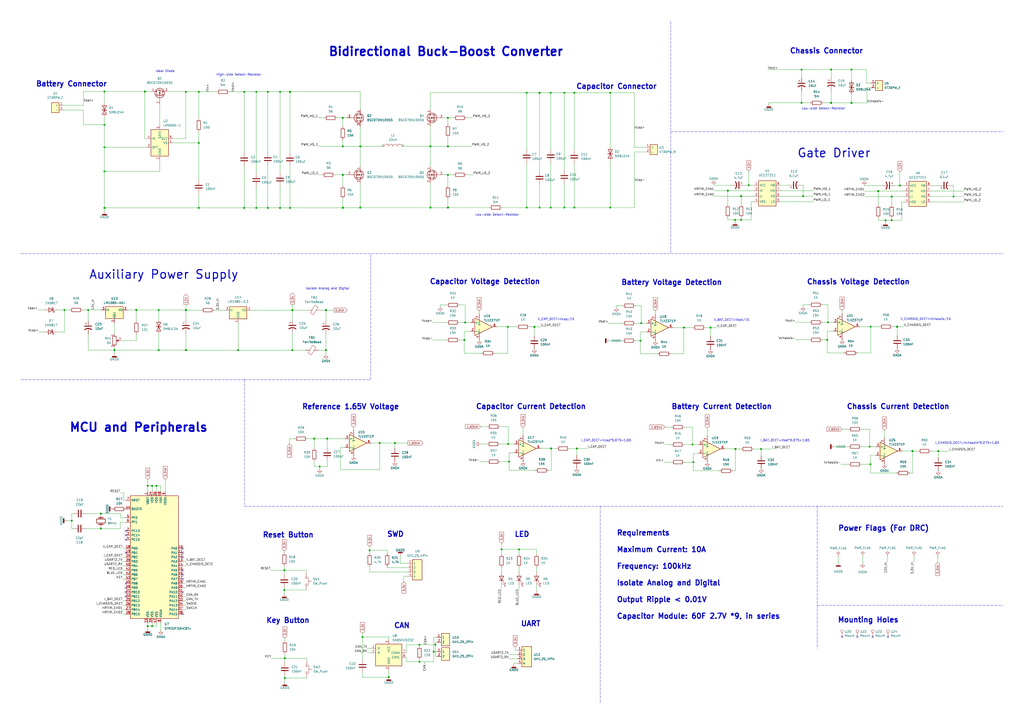
<source format=kicad_sch>
(kicad_sch (version 20211123) (generator eeschema)
  (paper "A2")
  (title_block (date "2023-06-26"))
  (junction (at 209.0166 120.396))
  (junction (at 90.7796 281.8384))
  (junction (at 198.8566 68.3768))
  (junction (at 85.6996 363.1946))
  (junction (at 327.3552 53.7972))
  (junction (at 269.8242 187.071))
  (junction (at 189.8142 254.4572))
  (junction (at 544.2458 261.6708))
  (junction (at 84.0232 53.086))
  (junction (at 169.6212 179.9082))
  (junction (at 189.0776 203.0984))
  (junction (at 517.2456 114.0206))
  (junction (at 148.6662 53.2638))
  (junction (at 51.1302 179.8066))
  (junction (at 243.3066 373.9896))
  (junction (at 60.579 99.441))
  (junction (at 79.0702 179.8066))
  (junction (at 295.3258 267.7922))
  (junction (at 182.2704 254.4318))
  (junction (at 434.3146 107.442))
  (junction (at 482.1174 59.6646))
  (junction (at 309.9816 189.611))
  (junction (at 85.6996 281.8384))
  (junction (at 155.3464 120.5992))
  (junction (at 353.9998 53.7972))
  (junction (at 229.0826 256.9972))
  (junction (at 412.1404 190.0428))
  (junction (at 225.5266 392.7856))
  (junction (at 309.9816 189.6618))
  (junction (at 426.593 260.4008))
  (junction (at 107.8738 179.832))
  (junction (at 517.2202 127.762))
  (junction (at 92.0496 179.832))
  (junction (at 402.209 268.0716))
  (junction (at 305.5112 120.396))
  (junction (at 185.4454 270.5862))
  (junction (at 509.4478 110.8202))
  (junction (at 334.6196 260.1722))
  (junction (at 209.0166 84.8868))
  (junction (at 60.6044 120.5992))
  (junction (at 169.6212 179.8828))
  (junction (at 426.3898 127.5588))
  (junction (at 371.5258 197.6374))
  (junction (at 465.8614 113.792))
  (junction (at 482.1174 59.69))
  (junction (at 92.0496 203.073))
  (junction (at 165.227 393.2936))
  (junction (at 305.5112 53.7972))
  (junction (at 249.6566 84.8614))
  (junction (at 168.2242 53.2384))
  (junction (at 520.446 189.5602))
  (junction (at 312.9534 120.396))
  (junction (at 294.5638 189.611))
  (junction (at 198.8566 120.5992))
  (junction (at 209.0166 84.8614))
  (junction (at 148.6662 120.5992))
  (junction (at 529.336 261.62))
  (junction (at 529.336 261.6708))
  (junction (at 259.8166 84.8868))
  (junction (at 107.7722 53.2638))
  (junction (at 198.8566 84.8868))
  (junction (at 505.0282 189.5094))
  (junction (at 333.1464 120.396))
  (junction (at 115.316 53.2638))
  (junction (at 243.3066 383.8448))
  (junction (at 426.593 260.4516))
  (junction (at 422.1734 110.6424))
  (junction (at 66.3702 203.073))
  (junction (at 162.4584 120.5992))
  (junction (at 189.0776 179.8828))
  (junction (at 319.4558 120.396))
  (junction (at 269.367 197.231))
  (junction (at 401.6756 257.8608))
  (junction (at 504.952 269.2908))
  (junction (at 412.1404 190.0682))
  (junction (at 189.0776 179.9082))
  (junction (at 259.8166 120.396))
  (junction (at 115.316 82.9056))
  (junction (at 520.446 189.5094))
  (junction (at 259.8166 120.4468))
  (junction (at 294.7924 257.5814))
  (junction (at 58.5216 306.6288))
  (junction (at 309.9816 189.6364))
  (junction (at 165.227 381.7874))
  (junction (at 312.928 53.7972))
  (junction (at 88.2396 363.1946))
  (junction (at 214.4268 319.2526))
  (junction (at 412.1404 190.0174))
  (junction (at 319.7098 260.1214))
  (junction (at 371.983 187.4774))
  (junction (at 249.6566 84.8868))
  (junction (at 493.9284 40.3352))
  (junction (at 290.9316 318.6684))
  (junction (at 464.9724 59.6646))
  (junction (at 138.1252 203.0984))
  (junction (at 60.579 85.4456))
  (junction (at 189.8142 254.4318))
  (junction (at 220.2688 256.9972))
  (junction (at 141.6558 53.2638))
  (junction (at 504.4186 259.08))
  (junction (at 353.9998 120.396))
  (junction (at 41.6306 302.0568))
  (junction (at 493.9284 59.7154))
  (junction (at 209.0166 120.4468))
  (junction (at 259.8166 101.3968))
  (junction (at 164.9476 342.2396))
  (junction (at 141.6558 120.5992))
  (junction (at 479.8314 197.1294))
  (junction (at 169.5958 203.0984))
  (junction (at 480.2886 186.9694))
  (junction (at 509.4478 110.8456))
  (junction (at 252.5268 373.9896))
  (junction (at 198.8566 101.4476))
  (junction (at 162.4584 53.2638))
  (junction (at 553.1358 113.9952))
  (junction (at 79.0702 179.832))
  (junction (at 164.9476 330.7334))
  (junction (at 88.2396 281.8384))
  (junction (at 60.579 53.0606))
  (junction (at 520.446 189.5348))
  (junction (at 182.2958 254.4572))
  (junction (at 333.1464 53.7972))
  (junction (at 249.6566 120.396))
  (junction (at 312.928 53.8226))
  (junction (at 155.3464 53.2638))
  (junction (at 251.5362 378.0282))
  (junction (at 84.0232 53.0606))
  (junction (at 198.8566 120.4468))
  (junction (at 312.9534 53.8226))
  (junction (at 60.579 72.4154))
  (junction (at 168.2242 120.5992))
  (junction (at 422.1734 110.617))
  (junction (at 249.6566 120.4468))
  (junction (at 168.2242 53.2638))
  (junction (at 107.8738 179.9082))
  (junction (at 115.316 120.5992))
  (junction (at 107.8738 203.0984))
  (junction (at 441.5028 260.4516))
  (junction (at 493.9284 59.69))
  (junction (at 517.2202 113.9952))
  (junction (at 429.9458 127.5588))
  (junction (at 396.7226 190.0174))
  (junction (at 319.4558 53.7972))
  (junction (at 513.6642 127.762))
  (junction (at 429.9712 113.8174))
  (junction (at 58.5216 297.9166))
  (junction (at 210.2866 369.5192))
  (junction (at 482.1174 40.3352))
  (junction (at 198.8566 101.3968))
  (junction (at 327.3552 120.396))
  (junction (at 521.97 107.6452))
  (junction (at 301.0916 318.6684))
  (junction (at 464.9978 40.3606))
  (junction (at 319.7098 260.1722))
  (junction (at 60.579 120.5992))
  (junction (at 259.8166 68.3768))
  (junction (at 37.4142 179.8066))
  (junction (at 259.8166 84.8614))
  (junction (at 107.8738 203.073))
  (junction (at 429.9458 113.792))
  (no_connect (at 506.222 369.4684))
  (no_connect (at 72.9996 340.9696))
  (no_connect (at 106.0196 320.6496))
  (no_connect (at 72.9996 320.6496))
  (no_connect (at 72.9996 338.4296))
  (no_connect (at 106.0196 330.8096))
  (no_connect (at 72.9996 343.5096))
  (no_connect (at 106.0196 323.1896))
  (no_connect (at 106.0196 333.3496))
  (no_connect (at 72.9996 313.0296))
  (no_connect (at 106.0196 335.8896))
  (no_connect (at 72.9996 346.0496))
  (no_connect (at 497.332 369.4684))
  (no_connect (at 515.112 369.4684))
  (no_connect (at 106.0196 318.1096))
  (no_connect (at 106.0196 356.2096))
  (no_connect (at 488.442 369.4684))
  (no_connect (at 72.9996 310.4896))
  (no_connect (at 72.9996 307.9496))
  (no_connect (at 106.0196 343.5096))
  (wire (pts (xy 249.6566 53.7464) (xy 249.6566 63.2968)))
  (wire (pts (xy 236.6518 334.3402) (xy 234.2134 334.3402)))
  (wire (pts (xy 477.0374 186.9694) (xy 480.2886 186.9694)))
  (wire (pts (xy 501.3198 107.6452) (xy 511.3782 107.6452)))
  (wire (pts (xy 529.336 274.3708) (xy 529.336 261.6708)))
  (wire (pts (xy 311.2516 329.1078) (xy 311.2516 331.6478)))
  (wire (pts (xy 90.7796 281.8384) (xy 88.2396 281.8384)))
  (wire (pts (xy 48.4124 72.4154) (xy 60.579 72.4154)))
  (wire (pts (xy 177.927 383.1336) (xy 177.927 381.7874)))
  (wire (pts (xy 294.5638 189.611) (xy 299.593 189.611)))
  (wire (pts (xy 169.6212 179.9082) (xy 169.6212 185.6994)))
  (wire (pts (xy 169.6212 176.403) (xy 169.6212 179.8828)))
  (wire (pts (xy 71.1454 333.3496) (xy 72.9996 333.3496)))
  (wire (pts (xy 71.1454 353.6696) (xy 72.9996 353.6696)))
  (wire (pts (xy 290.9316 329.1078) (xy 290.9316 331.6478)))
  (wire (pts (xy 464.9724 52.9082) (xy 464.9724 59.6646)))
  (wire (pts (xy 84.0232 53.086) (xy 84.0232 80.3656)))
  (wire (pts (xy 309.9816 189.611) (xy 307.213 189.611)))
  (wire (pts (xy 115.316 68.7832) (xy 115.316 53.2638)))
  (wire (pts (xy 182.2958 267.5128) (xy 182.2958 270.5862)))
  (polyline (pts (xy 474.0148 351.1804) (xy 581.9394 351.1804)))
  (wire (pts (xy 210.2866 369.5192) (xy 210.2866 382.4986)))
  (wire (pts (xy 106.0196 353.6696) (xy 108.0262 353.6696)))
  (wire (pts (xy 251.5362 383.8448) (xy 243.3066 383.8448)))
  (wire (pts (xy 464.9216 107.442) (xy 465.8614 107.442)))
  (wire (pts (xy 88.2396 363.1946) (xy 90.7796 363.1946)))
  (wire (pts (xy 488.4674 179.9336) (xy 488.4674 181.8894)))
  (wire (pts (xy 374.5484 88.1634) (xy 367.9698 88.1634)))
  (wire (pts (xy 33.0962 192.6082) (xy 37.4142 192.6082)))
  (wire (pts (xy 252.5268 380.7968) (xy 252.5268 373.9896)))
  (wire (pts (xy 234.2896 84.8614) (xy 249.6566 84.8614)))
  (wire (pts (xy 368.7318 197.6374) (xy 371.5258 197.6374)))
  (wire (pts (xy 396.7226 205.2574) (xy 396.7226 190.0174)))
  (wire (pts (xy 198.8566 120.4468) (xy 198.8566 120.5992)))
  (wire (pts (xy 97.7392 53.086) (xy 107.7722 53.086)))
  (polyline (pts (xy 12.1158 220.218) (xy 141.859 220.218)))
  (wire (pts (xy 269.8242 187.071) (xy 272.923 187.071)))
  (wire (pts (xy 441.5028 260.4516) (xy 441.5028 264.2616)))
  (wire (pts (xy 165.227 393.2936) (xy 177.927 393.2936)))
  (wire (pts (xy 309.9816 189.611) (xy 309.9816 189.6364)))
  (wire (pts (xy 214.4268 331.8002) (xy 236.6518 331.8002)))
  (wire (pts (xy 60.579 53.0606) (xy 60.579 60.0202)))
  (wire (pts (xy 464.9724 59.6646) (xy 469.9254 59.6646)))
  (wire (pts (xy 434.3146 107.442) (xy 437.4642 107.442)))
  (wire (pts (xy 37.4142 179.8066) (xy 37.4142 192.6082)))
  (wire (pts (xy 107.8738 193.421) (xy 107.8738 203.073)))
  (wire (pts (xy 412.1404 190.0428) (xy 415.8742 190.0428)))
  (wire (pts (xy 157.0228 330.7334) (xy 164.9476 330.7334)))
  (wire (pts (xy 445.389 40.3352) (xy 464.9978 40.3606)))
  (wire (pts (xy 333.1464 94.6912) (xy 333.1464 120.396)))
  (wire (pts (xy 258.953 176.911) (xy 255.3716 176.911)))
  (wire (pts (xy 155.3464 120.5992) (xy 162.4584 120.5992)))
  (wire (pts (xy 253.365 369.7478) (xy 251.5362 369.7478)))
  (wire (pts (xy 220.2688 272.4404) (xy 220.2688 256.9972)))
  (wire (pts (xy 499.7958 269.2908) (xy 504.952 269.2908)))
  (wire (pts (xy 504.952 264.16) (xy 504.952 269.2908)))
  (wire (pts (xy 483.743 259.08) (xy 492.0742 259.08)))
  (wire (pts (xy 252.5268 372.5164) (xy 252.5268 373.9896)))
  (wire (pts (xy 402.209 262.9408) (xy 402.209 268.0716)))
  (wire (pts (xy 169.6212 193.3194) (xy 169.5958 203.0984)))
  (wire (pts (xy 465.8614 107.442) (xy 465.8614 113.792)))
  (wire (pts (xy 106.0196 325.7296) (xy 107.8738 325.7296)))
  (wire (pts (xy 259.8166 79.8068) (xy 259.8166 84.8614)))
  (wire (pts (xy 529.336 261.62) (xy 529.336 261.6708)))
  (wire (pts (xy 164.9476 342.2396) (xy 164.9476 344.7796)))
  (wire (pts (xy 499.7958 248.9708) (xy 504.4186 248.9708)))
  (wire (pts (xy 414.3248 113.8174) (xy 429.9712 113.8174)))
  (wire (pts (xy 141.6558 120.5992) (xy 148.6662 120.5992)))
  (wire (pts (xy 106.0196 340.9696) (xy 107.8738 340.9696)))
  (wire (pts (xy 148.6662 53.2638) (xy 148.6662 100.6348)))
  (wire (pts (xy 106.0196 328.2696) (xy 107.8738 328.2696)))
  (wire (pts (xy 92.0496 193.3194) (xy 92.0496 203.073)))
  (wire (pts (xy 259.8166 84.8614) (xy 273.7358 84.8614)))
  (wire (pts (xy 334.6196 260.1722) (xy 334.6196 263.9822)))
  (wire (pts (xy 426.3898 128.7526) (xy 426.3898 127.5588)))
  (wire (pts (xy 85.6996 361.2896) (xy 85.6996 363.1946)))
  (wire (pts (xy 327.3552 120.396) (xy 333.1464 120.396)))
  (wire (pts (xy 58.5216 297.9166) (xy 69.9262 297.9166)))
  (wire (pts (xy 302.0822 53.7972) (xy 305.5112 53.7972)))
  (wire (pts (xy 420.4462 260.4008) (xy 426.593 260.4008)))
  (wire (pts (xy 48.4124 63.8302) (xy 48.4124 72.4154)))
  (wire (pts (xy 300.228 377.1392) (xy 298.8818 377.1392)))
  (wire (pts (xy 115.316 53.2638) (xy 125.5268 53.2638)))
  (wire (pts (xy 301.0916 329.1078) (xy 301.0916 331.6478)))
  (wire (pts (xy 107.7722 53.086) (xy 107.7722 53.2638)))
  (wire (pts (xy 259.8166 101.3968) (xy 259.8166 107.7468)))
  (wire (pts (xy 198.8566 68.3768) (xy 198.8566 73.4568)))
  (wire (pts (xy 249.6566 120.396) (xy 249.6566 120.4468)))
  (wire (pts (xy 309.9816 194.7164) (xy 309.9816 189.6618)))
  (wire (pts (xy 37.4142 179.8066) (xy 40.3606 179.8066)))
  (wire (pts (xy 493.9284 40.3352) (xy 502.6406 40.3352)))
  (polyline (pts (xy 141.859 293.6748) (xy 581.8378 293.6748)))
  (wire (pts (xy 249.6566 84.8868) (xy 259.8166 84.8868)))
  (wire (pts (xy 269.367 192.151) (xy 272.923 192.151)))
  (wire (pts (xy 353.9998 53.7972) (xy 367.919 53.7972)))
  (wire (pts (xy 92.0496 203.073) (xy 107.8738 203.073)))
  (wire (pts (xy 93.3196 281.8384) (xy 90.7796 281.8384)))
  (wire (pts (xy 385.6228 247.7516) (xy 389.4328 247.7516)))
  (wire (pts (xy 437.3372 260.4516) (xy 441.5028 260.4516)))
  (wire (pts (xy 235.6866 378.6886) (xy 235.6866 373.9896)))
  (wire (pts (xy 36.7792 63.8302) (xy 48.4124 63.8302)))
  (wire (pts (xy 301.0916 339.2678) (xy 301.0916 341.8078)))
  (wire (pts (xy 384.9878 268.0716) (xy 389.4328 268.0716)))
  (wire (pts (xy 169.6212 179.8828) (xy 178.4604 179.8828)))
  (wire (pts (xy 367.9698 88.1634) (xy 367.9698 120.396)))
  (wire (pts (xy 214.4268 319.2526) (xy 214.4268 321.0052)))
  (wire (pts (xy 517.2202 127.762) (xy 523.0368 127.762)))
  (wire (pts (xy 318.1096 272.8722) (xy 319.7098 272.8722)))
  (wire (pts (xy 72.9996 300.3296) (xy 69.9262 300.3296)))
  (wire (pts (xy 461.2894 186.9694) (xy 469.4174 186.9694)))
  (wire (pts (xy 445.9986 59.6646) (xy 445.9986 60.3758)))
  (wire (pts (xy 167.9448 257.5306) (xy 167.9448 254.4572)))
  (wire (pts (xy 95.8596 278.1554) (xy 95.8596 285.0896)))
  (wire (pts (xy 385.6736 257.8608) (xy 389.3312 257.8608)))
  (wire (pts (xy 229.0826 260.0452) (xy 229.0826 256.9972)))
  (wire (pts (xy 71.1454 356.2096) (xy 72.9996 356.2096)))
  (wire (pts (xy 215.265 256.9972) (xy 220.2688 256.9972)))
  (wire (pts (xy 410.2862 248.2596) (xy 410.2862 252.7808)))
  (wire (pts (xy 319.4558 120.396) (xy 327.3552 120.396)))
  (wire (pts (xy 251.5362 369.7478) (xy 251.5362 378.0282)))
  (wire (pts (xy 330.454 260.1722) (xy 334.6196 260.1722)))
  (wire (pts (xy 412.1404 195.1228) (xy 412.1404 190.0682)))
  (wire (pts (xy 210.2866 390.1186) (xy 210.2866 392.7856)))
  (wire (pts (xy 311.2516 339.2678) (xy 311.2516 343.0778)))
  (wire (pts (xy 243.3066 373.9896) (xy 252.5268 373.9896)))
  (wire (pts (xy 540.0802 261.6708) (xy 544.2458 261.6708)))
  (wire (pts (xy 88.2396 285.0896) (xy 88.2396 281.8384)))
  (wire (pts (xy 553.1358 113.9952) (xy 559.0794 113.9952)))
  (wire (pts (xy 185.4454 270.5862) (xy 185.4454 272.034)))
  (wire (pts (xy 164.9476 319.6082) (xy 164.9476 320.6496)))
  (wire (pts (xy 524.7386 117.1702) (xy 523.0368 117.1702)))
  (wire (pts (xy 88.2396 281.8384) (xy 85.6996 281.8384)))
  (wire (pts (xy 477.0374 197.1294) (xy 479.8314 197.1294)))
  (wire (pts (xy 209.0166 53.2384) (xy 168.2242 53.2384)))
  (wire (pts (xy 319.7098 260.1722) (xy 322.834 260.1722)))
  (wire (pts (xy 412.1404 190.0682) (xy 412.1404 190.0428)))
  (polyline (pts (xy 473.9894 293.6748) (xy 473.9894 376.2502)))
  (wire (pts (xy 389.0518 205.2574) (xy 396.7226 205.2574)))
  (wire (pts (xy 84.0232 53.0606) (xy 84.0232 53.086)))
  (wire (pts (xy 141.6558 53.2638) (xy 141.6558 88.646)))
  (wire (pts (xy 259.8166 101.3968) (xy 262.9662 101.3968)))
  (wire (pts (xy 353.9998 120.396) (xy 367.9698 120.396)))
  (wire (pts (xy 66.3702 187.4266) (xy 66.3702 193.7766)))
  (wire (pts (xy 371.5258 197.6374) (xy 371.5258 205.2574)))
  (wire (pts (xy 58.5216 306.6288) (xy 69.8246 306.6288)))
  (wire (pts (xy 71.1454 330.8096) (xy 72.9996 330.8096)))
  (wire (pts (xy 213.0298 376.1486) (xy 215.3666 376.1486)))
  (wire (pts (xy 422.1734 110.617) (xy 437.4642 110.617)))
  (wire (pts (xy 189.8142 254.4572) (xy 200.025 254.4572)))
  (wire (pts (xy 352.9838 187.4774) (xy 361.1118 187.4774)))
  (wire (pts (xy 333.1464 120.396) (xy 353.9998 120.396)))
  (wire (pts (xy 182.2958 270.5862) (xy 185.4454 270.5862)))
  (wire (pts (xy 464.9724 45.2882) (xy 464.9978 40.3606)))
  (wire (pts (xy 71.1454 318.1096) (xy 72.9996 318.1096)))
  (wire (pts (xy 305.5112 53.7972) (xy 305.5112 86.995)))
  (wire (pts (xy 164.9476 340.9696) (xy 164.9476 342.2396)))
  (wire (pts (xy 225.5266 369.5192) (xy 225.5266 371.0686)))
  (wire (pts (xy 493.9284 59.69) (xy 493.9284 59.7154)))
  (wire (pts (xy 270.5862 101.3968) (xy 274.5232 101.3968)))
  (wire (pts (xy 232.2068 326.7202) (xy 236.6518 326.7202)))
  (wire (pts (xy 424.9928 273.1516) (xy 426.593 273.1516)))
  (wire (pts (xy 66.3702 203.073) (xy 51.1302 203.073)))
  (wire (pts (xy 69.8754 285.9532) (xy 71.8058 285.9532)))
  (wire (pts (xy 60.579 67.6402) (xy 60.579 72.4154)))
  (wire (pts (xy 361.1118 177.3174) (xy 357.5304 177.3174)))
  (wire (pts (xy 505.0282 189.5094) (xy 510.0574 189.5094)))
  (wire (pts (xy 249.6566 84.8614) (xy 249.6566 84.8868)))
  (wire (pts (xy 168.2242 96.2914) (xy 168.2242 120.5992)))
  (wire (pts (xy 327.3552 53.7972) (xy 333.1464 53.7972)))
  (wire (pts (xy 505.0282 204.7494) (xy 505.0282 189.5094)))
  (wire (pts (xy 482.1174 40.3352) (xy 493.9284 40.3352)))
  (wire (pts (xy 60.579 99.441) (xy 60.579 120.5992)))
  (wire (pts (xy 155.3464 53.2638) (xy 162.4584 53.2638)))
  (wire (pts (xy 539.9786 107.6452) (xy 544.576 107.6452)))
  (wire (pts (xy 426.3898 127.5588) (xy 429.9458 127.5588)))
  (wire (pts (xy 290.9316 339.2678) (xy 290.9316 341.7824)))
  (wire (pts (xy 298.0944 384.7592) (xy 300.228 384.7592)))
  (wire (pts (xy 72.9996 290.1696) (xy 71.8058 290.1696)))
  (wire (pts (xy 69.9262 300.3296) (xy 69.9262 297.9166)))
  (wire (pts (xy 513.6642 127.762) (xy 517.2202 127.762)))
  (wire (pts (xy 48.4378 61.0362) (xy 48.4378 53.0606)))
  (wire (pts (xy 279.273 204.851) (xy 269.367 204.851)))
  (wire (pts (xy 461.4672 197.1294) (xy 469.4174 197.1294)))
  (wire (pts (xy 60.6044 120.5992) (xy 60.6044 122.7328)))
  (wire (pts (xy 189.0776 203.0984) (xy 189.0776 205.613)))
  (wire (pts (xy 249.6566 73.4568) (xy 249.6566 84.8614)))
  (wire (pts (xy 501.5484 110.8456) (xy 509.4478 110.8456)))
  (wire (pts (xy 270.6624 68.3768) (xy 274.2184 68.3768)))
  (wire (pts (xy 100.2792 80.3656) (xy 107.7722 80.3656)))
  (wire (pts (xy 465.836 176.8094) (xy 465.836 177.8254)))
  (wire (pts (xy 60.6044 120.5992) (xy 115.316 120.5992)))
  (wire (pts (xy 92.6592 99.441) (xy 60.579 99.441)))
  (wire (pts (xy 257.2766 101.3968) (xy 259.8166 101.3968)))
  (wire (pts (xy 401.6756 257.8608) (xy 405.2062 257.8608)))
  (wire (pts (xy 353.1616 197.6374) (xy 361.1118 197.6374)))
  (wire (pts (xy 530.225 322.58) (xy 530.225 326.0852)))
  (wire (pts (xy 169.5958 203.0984) (xy 177.2158 203.0984)))
  (wire (pts (xy 189.0776 179.9082) (xy 189.0776 186.182)))
  (wire (pts (xy 107.8738 203.073) (xy 107.8738 203.0984)))
  (wire (pts (xy 210.2866 369.5192) (xy 225.5266 369.5192)))
  (wire (pts (xy 482.1174 59.69) (xy 493.9284 59.69)))
  (wire (pts (xy 290.9316 318.6684) (xy 290.9316 321.4878)))
  (wire (pts (xy 92.0496 179.832) (xy 92.0496 185.6994)))
  (wire (pts (xy 334.6196 260.1722) (xy 340.8426 260.1722)))
  (wire (pts (xy 84.0232 53.086) (xy 87.5792 53.086)))
  (polyline (pts (xy 389.1026 76.4794) (xy 581.8886 76.4794)))
  (wire (pts (xy 319.4558 94.4626) (xy 319.4558 120.396)))
  (wire (pts (xy 371.5258 192.5574) (xy 371.5258 197.6374)))
  (wire (pts (xy 426.593 273.1516) (xy 426.593 260.4516)))
  (wire (pts (xy 269.8242 176.911) (xy 269.8242 187.071)))
  (wire (pts (xy 92.6592 93.0656) (xy 92.6592 99.441)))
  (wire (pts (xy 184.8358 203.0984) (xy 189.0776 203.0984)))
  (wire (pts (xy 21.844 179.8066) (xy 25.7048 179.8066)))
  (wire (pts (xy 520.446 189.5094) (xy 520.446 189.5348)))
  (wire (pts (xy 141.6558 53.2638) (xy 148.6662 53.2638)))
  (wire (pts (xy 42.418 297.9166) (xy 41.6306 297.9166)))
  (wire (pts (xy 426.593 260.4516) (xy 429.7172 260.4516)))
  (wire (pts (xy 107.8738 176.5808) (xy 107.8738 179.832)))
  (wire (pts (xy 224.5868 328.6252) (xy 224.5868 329.2602)))
  (wire (pts (xy 115.316 112.1156) (xy 115.316 120.5992)))
  (wire (pts (xy 381.4318 205.2574) (xy 371.5258 205.2574)))
  (wire (pts (xy 445.9986 59.6646) (xy 464.9724 59.6646)))
  (wire (pts (xy 189.0776 179.8828) (xy 189.0776 179.9082)))
  (wire (pts (xy 319.7098 272.8722) (xy 319.7098 260.1722)))
  (wire (pts (xy 84.0232 80.3656) (xy 85.0392 80.3656)))
  (wire (pts (xy 477.5454 59.6646) (xy 482.1174 59.6646)))
  (wire (pts (xy 257.2766 68.3768) (xy 259.8166 68.3768)))
  (wire (pts (xy 36.7792 61.0362) (xy 48.4378 61.0362)))
  (wire (pts (xy 479.8314 192.0494) (xy 479.8314 197.1294)))
  (wire (pts (xy 115.316 76.4032) (xy 115.316 82.9056)))
  (wire (pts (xy 164.9476 342.2396) (xy 177.6476 342.2396)))
  (wire (pts (xy 71.1454 328.2696) (xy 72.9996 328.2696)))
  (wire (pts (xy 189.8142 254.4572) (xy 189.8142 254.4318)))
  (wire (pts (xy 520.446 189.5348) (xy 524.1798 189.5348)))
  (wire (pts (xy 269.367 197.231) (xy 269.367 204.851)))
  (wire (pts (xy 115.316 82.9056) (xy 115.316 104.4956)))
  (wire (pts (xy 371.983 177.3174) (xy 371.983 187.4774)))
  (wire (pts (xy 517.2202 118.9228) (xy 517.2202 113.9952)))
  (wire (pts (xy 539.9786 110.8202) (xy 559.0794 110.8202)))
  (wire (pts (xy 229.0826 256.9972) (xy 236.5502 256.9972)))
  (wire (pts (xy 205.105 247.9548) (xy 205.105 249.3772)))
  (wire (pts (xy 60.579 85.4456) (xy 60.579 99.441)))
  (polyline (pts (xy 389.0772 12.3952) (xy 389.0772 147.066)))
  (wire (pts (xy 189.8142 259.6896) (xy 189.8142 254.4572)))
  (wire (pts (xy 499.6942 259.08) (xy 504.4186 259.08)))
  (wire (pts (xy 310.4896 272.8722) (xy 295.3258 272.8722)))
  (wire (pts (xy 157.3022 381.7874) (xy 165.227 381.7874)))
  (wire (pts (xy 498.6274 189.5094) (xy 505.0282 189.5094)))
  (wire (pts (xy 214.4268 328.6252) (xy 214.4268 331.8002)))
  (wire (pts (xy 517.2202 126.5428) (xy 517.2202 127.762)))
  (wire (pts (xy 312.9534 106.9086) (xy 312.9534 120.396)))
  (wire (pts (xy 291.338 120.396) (xy 305.5112 120.396)))
  (wire (pts (xy 73.9902 179.8066) (xy 79.0702 179.8066)))
  (wire (pts (xy 507.9492 264.16) (xy 504.952 264.16)))
  (wire (pts (xy 390.3218 190.0174) (xy 396.7226 190.0174)))
  (wire (pts (xy 253.4412 380.7968) (xy 252.5268 380.7968)))
  (wire (pts (xy 397.0528 268.0716) (xy 402.209 268.0716)))
  (wire (pts (xy 429.9458 118.7196) (xy 429.9458 113.792)))
  (wire (pts (xy 482.1428 52.6034) (xy 482.1174 59.6646)))
  (wire (pts (xy 452.7042 113.792) (xy 465.8614 113.792)))
  (wire (pts (xy 368.7318 187.4774) (xy 371.983 187.4774)))
  (wire (pts (xy 422.1734 127.5588) (xy 426.3898 127.5588)))
  (wire (pts (xy 298.0944 385.445) (xy 298.0944 384.7592)))
  (wire (pts (xy 50.038 297.9166) (xy 58.5216 297.9166)))
  (wire (pts (xy 167.9448 254.4572) (xy 170.815 254.4572)))
  (wire (pts (xy 380.1618 180.2892) (xy 380.1618 182.3974)))
  (wire (pts (xy 302.0822 53.7464) (xy 302.0822 53.7972)))
  (wire (pts (xy 552.196 107.6452) (xy 553.1358 107.6452)))
  (wire (pts (xy 553.1358 107.6452) (xy 553.1358 113.9952)))
  (wire (pts (xy 249.6566 84.8868) (xy 249.6566 96.3168)))
  (wire (pts (xy 79.0702 179.832) (xy 79.0702 179.8066)))
  (wire (pts (xy 209.0166 120.396) (xy 209.0166 106.4768)))
  (wire (pts (xy 92.6592 60.706) (xy 92.6592 72.7456)))
  (wire (pts (xy 278.7904 257.5814) (xy 282.448 257.5814)))
  (wire (pts (xy 106.0196 348.5896) (xy 107.95 348.5896)))
  (wire (pts (xy 41.6306 297.9166) (xy 41.6306 302.0568)))
  (wire (pts (xy 502.92 50.9778) (xy 502.92 59.7154)))
  (wire (pts (xy 106.0196 346.0496) (xy 107.8738 346.0496)))
  (wire (pts (xy 305.5112 53.7972) (xy 312.928 53.7972)))
  (wire (pts (xy 305.5112 120.396) (xy 312.9534 120.396)))
  (wire (pts (xy 66.3702 203.073) (xy 66.3702 205.2066)))
  (wire (pts (xy 486.283 322.707) (xy 486.283 326.5424)))
  (wire (pts (xy 426.593 260.4008) (xy 426.593 260.4516)))
  (wire (pts (xy 469.4174 176.8094) (xy 465.836 176.8094)))
  (wire (pts (xy 397.0528 247.7516) (xy 401.6756 247.7516)))
  (wire (pts (xy 500.4054 322.5546) (xy 500.4054 326.771)))
  (wire (pts (xy 189.8142 267.3096) (xy 189.8142 270.5862)))
  (wire (pts (xy 298.8818 377.1392) (xy 298.8818 375.285)))
  (wire (pts (xy 482.1174 40.3352) (xy 482.1428 44.9834)))
  (wire (pts (xy 412.1404 190.0174) (xy 409.3718 190.0174)))
  (wire (pts (xy 107.8738 203.0984) (xy 138.1252 203.0984)))
  (wire (pts (xy 488.3658 248.9708) (xy 492.1758 248.9708)))
  (wire (pts (xy 198.8566 84.8868) (xy 209.0166 84.8868)))
  (wire (pts (xy 41.6306 302.0568) (xy 41.6306 306.6288)))
  (wire (pts (xy 69.8246 306.6288) (xy 69.8246 302.8696)))
  (wire (pts (xy 309.9816 189.6618) (xy 309.9816 189.6364)))
  (wire (pts (xy 429.9458 126.3396) (xy 429.9458 127.5588)))
  (wire (pts (xy 165.227 393.2936) (xy 165.227 395.8336)))
  (wire (pts (xy 435.7624 116.967) (xy 435.7624 127.5588)))
  (wire (pts (xy 38.7096 302.0568) (xy 41.6306 302.0568)))
  (wire (pts (xy 295.3258 272.8722) (xy 295.3258 267.7922)))
  (wire (pts (xy 493.9284 54.4322) (xy 493.9284 59.69)))
  (wire (pts (xy 544.2458 261.6708) (xy 550.4688 261.6708)))
  (wire (pts (xy 107.8738 179.832) (xy 107.8738 179.9082)))
  (wire (pts (xy 165.227 381.7874) (xy 177.927 381.7874)))
  (wire (pts (xy 501.5992 114.0206) (xy 517.2456 114.0206)))
  (wire (pts (xy 249.6566 53.7464) (xy 302.0822 53.7464)))
  (wire (pts (xy 319.4558 53.7972) (xy 327.3552 53.7972)))
  (wire (pts (xy 234.2134 334.3402) (xy 234.2134 337.5152)))
  (wire (pts (xy 319.7098 260.1214) (xy 319.7098 260.1722)))
  (wire (pts (xy 520.446 189.5094) (xy 517.6774 189.5094)))
  (wire (pts (xy 504.4186 248.9708) (xy 504.4186 259.08)))
  (wire (pts (xy 162.4584 53.2638) (xy 162.4584 100.33)))
  (wire (pts (xy 85.6996 363.1946) (xy 85.6996 364.9472)))
  (wire (pts (xy 209.0166 84.8614) (xy 221.5896 84.8614)))
  (wire (pts (xy 85.6996 363.1946) (xy 88.2396 363.1946)))
  (polyline (pts (xy 348.1324 293.7764) (xy 348.1324 408.051)))
  (wire (pts (xy 482.1174 59.6646) (xy 482.1174 59.69)))
  (wire (pts (xy 290.9316 318.6684) (xy 301.0916 318.6684)))
  (wire (pts (xy 441.5028 260.4516) (xy 447.7258 260.4516)))
  (wire (pts (xy 523.0368 117.1702) (xy 523.0368 127.762)))
  (wire (pts (xy 90.7796 361.2896) (xy 90.7796 363.1946)))
  (wire (pts (xy 92.0496 179.832) (xy 107.8738 179.832)))
  (wire (pts (xy 434.3146 99.1362) (xy 434.3146 107.442)))
  (wire (pts (xy 278.1046 267.7922) (xy 282.5496 267.7922)))
  (wire (pts (xy 165.227 392.0236) (xy 165.227 393.2936)))
  (wire (pts (xy 368.7318 177.3174) (xy 371.983 177.3174)))
  (wire (pts (xy 520.446 194.6148) (xy 520.446 189.5602)))
  (wire (pts (xy 90.7796 285.0896) (xy 90.7796 281.8384)))
  (wire (pts (xy 79.0702 179.832) (xy 92.0496 179.832)))
  (wire (pts (xy 189.0776 193.802) (xy 189.0776 203.0984)))
  (polyline (pts (xy 141.859 220.218) (xy 214.9856 220.218)))
  (wire (pts (xy 414.02 107.442) (xy 424.0276 107.442)))
  (wire (pts (xy 138.1252 187.5282) (xy 138.1252 203.0984)))
  (wire (pts (xy 162.4584 120.5992) (xy 168.2242 120.5992)))
  (wire (pts (xy 422.1734 126.3396) (xy 422.1734 127.5588)))
  (wire (pts (xy 88.2396 361.2896) (xy 88.2396 363.1946)))
  (wire (pts (xy 115.316 120.5992) (xy 141.6558 120.5992)))
  (wire (pts (xy 197.5358 259.5372) (xy 197.5358 272.4404)))
  (wire (pts (xy 465.8614 113.792) (xy 471.805 113.792)))
  (wire (pts (xy 66.3702 201.3966) (xy 66.3702 203.073)))
  (wire (pts (xy 79.0702 193.7766) (xy 79.0702 197.5866)))
  (wire (pts (xy 303.403 247.9802) (xy 303.403 252.5014)))
  (wire (pts (xy 422.1734 110.617) (xy 422.1734 110.6424)))
  (wire (pts (xy 200.025 259.5372) (xy 197.5358 259.5372)))
  (wire (pts (xy 184.5056 68.3768) (xy 188.0108 68.3768)))
  (wire (pts (xy 505.2314 48.1838) (xy 502.6406 48.1838)))
  (wire (pts (xy 169.6212 179.8828) (xy 169.6212 179.9082)))
  (wire (pts (xy 165.227 381.7874) (xy 165.227 384.4036)))
  (wire (pts (xy 301.0916 321.4878) (xy 301.0916 318.6684)))
  (wire (pts (xy 194.3608 101.4476) (xy 198.8566 101.4476)))
  (wire (pts (xy 327.3552 53.7972) (xy 327.3552 98.8314)))
  (wire (pts (xy 479.8314 192.0494) (xy 483.3874 192.0494)))
  (wire (pts (xy 497.3574 204.7494) (xy 505.0282 204.7494)))
  (wire (pts (xy 209.0166 53.2384) (xy 209.0166 63.2968)))
  (wire (pts (xy 79.0702 186.1566) (xy 79.0702 179.832)))
  (wire (pts (xy 544.2458 261.6708) (xy 544.2458 265.4808)))
  (wire (pts (xy 371.983 187.4774) (xy 375.0818 187.4774)))
  (wire (pts (xy 198.8566 101.4476) (xy 198.8566 107.7468)))
  (wire (pts (xy 66.3702 203.073) (xy 92.0496 203.073)))
  (wire (pts (xy 312.928 53.7972) (xy 319.4558 53.7972)))
  (wire (pts (xy 164.9476 328.2696) (xy 164.9476 330.7334)))
  (wire (pts (xy 107.7722 53.2638) (xy 115.316 53.2638)))
  (wire (pts (xy 224.5868 329.2602) (xy 236.6518 329.2602)))
  (wire (pts (xy 327.3552 106.4514) (xy 327.3552 120.396)))
  (wire (pts (xy 213.0298 378.6886) (xy 215.3666 378.6886)))
  (wire (pts (xy 164.9476 330.7334) (xy 177.6476 330.7334)))
  (wire (pts (xy 505.2314 50.9778) (xy 502.92 50.9778)))
  (wire (pts (xy 278.7396 247.4722) (xy 282.5496 247.4722)))
  (wire (pts (xy 243.3066 383.8448) (xy 243.3066 382.4986)))
  (wire (pts (xy 22.4536 192.6082) (xy 25.4762 192.6082)))
  (wire (pts (xy 168.2242 53.2384) (xy 168.2242 53.2638)))
  (wire (pts (xy 431.6476 107.442) (xy 434.3146 107.442)))
  (wire (pts (xy 295.3258 262.6614) (xy 295.3258 267.7922)))
  (wire (pts (xy 186.0804 179.8828) (xy 189.0776 179.8828)))
  (wire (pts (xy 312.9534 53.8226) (xy 312.928 53.8226)))
  (wire (pts (xy 509.4478 110.8456) (xy 509.4478 118.9228)))
  (wire (pts (xy 294.7924 247.4722) (xy 294.7924 257.5814)))
  (wire (pts (xy 148.6662 120.5992) (xy 155.3464 120.5992)))
  (wire (pts (xy 527.7358 274.3708) (xy 529.336 274.3708)))
  (wire (pts (xy 487.7308 269.2908) (xy 492.1758 269.2908)))
  (wire (pts (xy 371.5258 192.5574) (xy 375.0818 192.5574)))
  (wire (pts (xy 71.1454 325.7296) (xy 72.9996 325.7296)))
  (wire (pts (xy 539.9786 117.1702) (xy 559.054 117.1702)))
  (wire (pts (xy 523.1892 261.62) (xy 529.336 261.62)))
  (wire (pts (xy 225.5266 392.7856) (xy 225.5266 388.8486)))
  (wire (pts (xy 71.1454 351.1296) (xy 72.9996 351.1296)))
  (wire (pts (xy 209.0166 84.8614) (xy 209.0166 84.8868)))
  (wire (pts (xy 189.0776 179.9082) (xy 193.7258 179.9082)))
  (wire (pts (xy 312.928 53.7972) (xy 312.928 53.8226)))
  (wire (pts (xy 290.1696 267.7922) (xy 295.3258 267.7922)))
  (wire (pts (xy 107.8738 179.9082) (xy 107.8738 185.801)))
  (wire (pts (xy 518.9982 107.6452) (xy 521.97 107.6452)))
  (wire (pts (xy 198.8566 120.4468) (xy 209.0166 120.4468)))
  (wire (pts (xy 220.2688 256.9972) (xy 229.0826 256.9972)))
  (wire (pts (xy 251.0028 197.231) (xy 258.953 197.231)))
  (wire (pts (xy 255.3716 176.911) (xy 255.3716 177.927)))
  (wire (pts (xy 402.209 273.1516) (xy 402.209 268.0716)))
  (wire (pts (xy 312.9534 120.396) (xy 319.4558 120.396)))
  (wire (pts (xy 464.9978 40.3606) (xy 482.1174 40.3352)))
  (wire (pts (xy 290.068 257.5814) (xy 294.7924 257.5814)))
  (wire (pts (xy 51.1302 179.8066) (xy 51.1302 186.1566)))
  (wire (pts (xy 47.9806 179.8066) (xy 51.1302 179.8066)))
  (wire (pts (xy 259.8166 72.1868) (xy 259.8166 68.3768)))
  (wire (pts (xy 138.1252 203.0984) (xy 169.5958 203.0984)))
  (wire (pts (xy 513.0292 249.4788) (xy 513.0292 254)))
  (wire (pts (xy 58.5216 297.9166) (xy 58.5216 298.45)))
  (wire (pts (xy 148.6662 108.2548) (xy 148.6662 120.5992)))
  (wire (pts (xy 250.825 187.071) (xy 258.953 187.071)))
  (wire (pts (xy 71.8058 290.1696) (xy 71.8058 285.9532)))
  (wire (pts (xy 414.274 110.6424) (xy 422.1734 110.6424)))
  (wire (pts (xy 539.9786 113.9952) (xy 553.1358 113.9952)))
  (wire (pts (xy 58.5216 306.07) (xy 58.5216 306.6288)))
  (wire (pts (xy 165.227 370.1542) (xy 165.227 371.7036)))
  (wire (pts (xy 168.2242 120.5992) (xy 198.8566 120.5992)))
  (wire (pts (xy 489.7374 204.7494) (xy 479.8314 204.7494)))
  (wire (pts (xy 249.6566 120.4468) (xy 259.8166 120.4468)))
  (wire (pts (xy 85.6996 278.0792) (xy 85.6996 281.8384)))
  (wire (pts (xy 286.893 204.851) (xy 294.5638 204.851)))
  (wire (pts (xy 367.919 53.7972) (xy 367.919 85.3694)))
  (wire (pts (xy 374.5484 85.3694) (xy 367.919 85.3694)))
  (wire (pts (xy 396.7226 190.0174) (xy 401.7518 190.0174)))
  (wire (pts (xy 182.2958 254.4572) (xy 178.435 254.4572)))
  (wire (pts (xy 278.003 180.34) (xy 278.003 181.991)))
  (wire (pts (xy 429.9458 113.792) (xy 437.4642 113.792)))
  (wire (pts (xy 294.5638 204.851) (xy 294.5638 189.611)))
  (wire (pts (xy 185.4454 270.5862) (xy 189.8142 270.5862)))
  (wire (pts (xy 209.0166 120.396) (xy 249.6566 120.396)))
  (wire (pts (xy 195.6308 68.3768) (xy 198.8566 68.3768)))
  (wire (pts (xy 504.952 274.3708) (xy 504.952 269.2908)))
  (wire (pts (xy 266.573 176.911) (xy 269.8242 176.911)))
  (wire (pts (xy 514.8326 322.58) (xy 514.8326 326.0852)))
  (wire (pts (xy 148.6662 53.2638) (xy 155.3464 53.2638)))
  (wire (pts (xy 480.2886 186.9694) (xy 483.3874 186.9694)))
  (wire (pts (xy 243.3066 373.9896) (xy 243.3066 374.8786)))
  (wire (pts (xy 543.9156 322.58) (xy 543.9156 326.2376)))
  (wire (pts (xy 504.4186 259.08) (xy 507.9492 259.08)))
  (wire (pts (xy 93.3196 285.0896) (xy 93.3196 281.8384)))
  (wire (pts (xy 224.5868 321.0052) (xy 224.5868 319.2526)))
  (wire (pts (xy 249.6566 106.4768) (xy 249.6566 120.396)))
  (wire (pts (xy 198.8566 101.3968) (xy 198.8566 101.4476)))
  (wire (pts (xy 480.2886 176.8094) (xy 480.2886 186.9694)))
  (wire (pts (xy 479.8314 197.1294) (xy 479.8314 204.7494)))
  (wire (pts (xy 266.573 197.231) (xy 269.367 197.231)))
  (wire (pts (xy 60.579 85.4456) (xy 85.0392 85.4456)))
  (wire (pts (xy 294.7924 257.5814) (xy 298.323 257.5814)))
  (wire (pts (xy 85.6996 281.8384) (xy 85.6996 285.0896)))
  (wire (pts (xy 288.163 189.611) (xy 294.5638 189.611)))
  (wire (pts (xy 269.367 192.151) (xy 269.367 197.231)))
  (wire (pts (xy 232.2068 322.2752) (xy 232.2068 326.7202)))
  (wire (pts (xy 295.1734 379.6792) (xy 300.228 379.6792)))
  (wire (pts (xy 209.0166 84.8868) (xy 209.0166 96.3168)))
  (wire (pts (xy 312.9534 99.2886) (xy 312.9534 53.8226)))
  (wire (pts (xy 509.4478 110.8202) (xy 509.4478 110.8456)))
  (wire (pts (xy 422.1734 110.6424) (xy 422.1734 118.7196)))
  (wire (pts (xy 214.4268 317.0428) (xy 214.4268 319.2526)))
  (wire (pts (xy 71.1454 348.5896) (xy 72.9996 348.5896)))
  (wire (pts (xy 106.0196 338.4296) (xy 107.8738 338.4296)))
  (wire (pts (xy 60.579 53.0606) (xy 84.0232 53.0606)))
  (wire (pts (xy 313.563 260.1214) (xy 319.7098 260.1214)))
  (wire (pts (xy 259.8166 68.3768) (xy 263.0424 68.3768)))
  (wire (pts (xy 520.446 189.5602) (xy 520.446 189.5348)))
  (wire (pts (xy 100.2792 82.9056) (xy 115.316 82.9056)))
  (wire (pts (xy 155.3464 96.139) (xy 155.3464 120.5992)))
  (wire (pts (xy 162.4584 53.2638) (xy 168.2242 53.2638)))
  (wire (pts (xy 405.2062 262.9408) (xy 402.209 262.9408)))
  (wire (pts (xy 198.8566 115.3668) (xy 198.8566 120.4468)))
  (wire (pts (xy 311.2516 318.6684) (xy 301.0916 318.6684)))
  (wire (pts (xy 70.1802 197.5866) (xy 79.0702 197.5866)))
  (wire (pts (xy 33.3248 179.8066) (xy 37.4142 179.8066)))
  (wire (pts (xy 502.6406 48.1838) (xy 502.6406 40.3352)))
  (wire (pts (xy 235.6866 381.2286) (xy 235.6866 383.8448)))
  (wire (pts (xy 69.8246 302.8696) (xy 72.9996 302.8696)))
  (wire (pts (xy 60.579 72.4154) (xy 60.579 85.4456)))
  (wire (pts (xy 290.1696 247.4722) (xy 294.7924 247.4722)))
  (wire (pts (xy 145.7452 179.9082) (xy 169.6212 179.9082)))
  (wire (pts (xy 209.0166 73.4568) (xy 209.0166 84.8614)))
  (wire (pts (xy 311.2516 321.4878) (xy 311.2516 318.6684)))
  (wire (pts (xy 184.7596 101.4476) (xy 186.7408 101.4476)))
  (wire (pts (xy 41.6306 306.6288) (xy 42.3418 306.6288)))
  (wire (pts (xy 168.2242 53.2638) (xy 168.2242 88.6714)))
  (wire (pts (xy 210.2866 367.4364) (xy 210.2866 369.5192)))
  (wire (pts (xy 259.8166 84.8614) (xy 259.8166 84.8868)))
  (wire (pts (xy 253.3904 372.5164) (xy 252.5268 372.5164)))
  (wire (pts (xy 493.9284 59.7154) (xy 502.92 59.7154)))
  (wire (pts (xy 251.5362 378.0282) (xy 253.4158 378.0282)))
  (wire (pts (xy 259.8166 120.396) (xy 283.718 120.396)))
  (wire (pts (xy 417.3728 273.1516) (xy 402.209 273.1516)))
  (wire (pts (xy 513.6642 128.9558) (xy 513.6642 127.762)))
  (wire (pts (xy 309.9816 189.6364) (xy 313.7154 189.6364)))
  (wire (pts (xy 93.3196 361.2896) (xy 93.3196 365.6076)))
  (wire (pts (xy 521.97 99.5934) (xy 521.97 107.6452)))
  (wire (pts (xy 155.3464 53.2638) (xy 155.3464 88.519)))
  (wire (pts (xy 353.9998 53.7972) (xy 353.9998 85.4456)))
  (wire (pts (xy 198.8566 81.0768) (xy 198.8566 84.8868)))
  (wire (pts (xy 266.573 187.071) (xy 269.8242 187.071)))
  (wire (pts (xy 477.0374 176.8094) (xy 480.2886 176.8094)))
  (wire (pts (xy 184.6326 84.8868) (xy 198.8566 84.8868)))
  (wire (pts (xy 517.2202 113.9952) (xy 524.7386 113.9952)))
  (wire (pts (xy 210.2866 392.7856) (xy 225.5266 392.7856)))
  (polyline (pts (xy 12.1158 147.0914) (xy 582.1172 147.0914)))
  (wire (pts (xy 452.7042 116.967) (xy 471.7796 116.967)))
  (wire (pts (xy 298.323 262.6614) (xy 295.3258 262.6614)))
  (wire (pts (xy 429.9458 127.5588) (xy 435.7624 127.5588)))
  (wire (pts (xy 165.227 379.3236) (xy 165.227 381.7874)))
  (wire (pts (xy 509.4478 110.8202) (xy 524.7386 110.8202)))
  (wire (pts (xy 235.6866 383.8448) (xy 243.3066 383.8448)))
  (wire (pts (xy 60.6044 120.5992) (xy 60.579 120.5992)))
  (wire (pts (xy 319.4558 53.7972) (xy 319.4558 86.8426)))
  (wire (pts (xy 259.8166 120.396) (xy 259.8166 120.4468)))
  (wire (pts (xy 290.9316 315.1632) (xy 290.9316 318.6684)))
  (wire (pts (xy 141.6558 96.266) (xy 141.6558 120.5992)))
  (wire (pts (xy 198.8566 101.3968) (xy 201.3966 101.3968)))
  (wire (pts (xy 51.1302 203.073) (xy 51.1302 193.7766)))
  (wire (pts (xy 259.8166 115.3668) (xy 259.8166 120.396)))
  (wire (pts (xy 520.1158 274.3708) (xy 504.952 274.3708)))
  (wire (pts (xy 295.1734 382.2192) (xy 300.228 382.2192)))
  (wire (pts (xy 333.1464 53.7972) (xy 333.1464 87.0712)))
  (wire (pts (xy 189.8142 254.4318) (xy 182.2704 254.4318)))
  (wire (pts (xy 182.2958 259.8928) (xy 182.2958 254.4572)))
  (wire (pts (xy 51.1302 179.8066) (xy 58.7502 179.8066)))
  (wire (pts (xy 353.9998 93.0656) (xy 353.9998 120.396)))
  (polyline (pts (xy 214.9856 220.218) (xy 214.9856 147.0914)))
  (wire (pts (xy 133.1468 53.2638) (xy 141.6558 53.2638)))
  (wire (pts (xy 197.5358 272.4404) (xy 220.2688 272.4404)))
  (wire (pts (xy 49.9618 306.6288) (xy 58.5216 306.6288)))
  (wire (pts (xy 71.1454 335.8896) (xy 72.9996 335.8896)))
  (wire (pts (xy 235.6866 373.9896) (xy 243.3066 373.9896)))
  (wire (pts (xy 124.2822 179.9082) (xy 130.5052 179.9082)))
  (wire (pts (xy 198.8566 68.3768) (xy 201.3966 68.3768)))
  (wire (pts (xy 162.4584 107.95) (xy 162.4584 120.5992)))
  (wire (pts (xy 209.0166 120.4468) (xy 209.0166 120.396)))
  (wire (pts (xy 493.9284 40.3352) (xy 493.9284 46.8122)))
  (wire (pts (xy 333.1464 53.7972) (xy 353.9998 53.7972)))
  (wire (pts (xy 305.5112 94.615) (xy 305.5112 120.396)))
  (wire (pts (xy 452.7042 110.617) (xy 471.805 110.617)))
  (wire (pts (xy 396.9512 257.8608) (xy 401.6756 257.8608)))
  (wire (pts (xy 509.4478 127.762) (xy 513.6642 127.762)))
  (wire (pts (xy 529.336 261.6708) (xy 532.4602 261.6708)))
  (wire (pts (xy 509.4478 126.5428) (xy 509.4478 127.762)))
  (wire (pts (xy 177.6476 332.0796) (xy 177.6476 330.7334)))
  (wire (pts (xy 452.7042 107.442) (xy 457.3016 107.442)))
  (wire (pts (xy 401.6756 247.7516) (xy 401.6756 257.8608)))
  (polyline (pts (xy 141.859 220.3196) (xy 141.859 293.6748)))
  (wire (pts (xy 107.7722 53.2638) (xy 107.7722 80.3656)))
  (wire (pts (xy 71.1454 323.1896) (xy 72.9996 323.1896)))
  (wire (pts (xy 164.9476 330.7334) (xy 164.9476 333.3496)))
  (wire (pts (xy 224.5868 319.2526) (xy 214.4268 319.2526)))
  (wire (pts (xy 48.4378 53.0606) (xy 60.579 53.0606)))
  (wire (pts (xy 357.5304 177.3174) (xy 357.5304 178.3334)))
  (wire (pts (xy 107.8738 179.9082) (xy 116.6622 179.9082)))
  (wire (pts (xy 412.1404 190.0174) (xy 412.1404 190.0428)))
  (wire (pts (xy 106.0196 351.1296) (xy 108.0008 351.1296)))
  (wire (pts (xy 437.4642 116.967) (xy 435.7624 116.967)))
  (wire (pts (xy 521.97 107.6452) (xy 524.7386 107.6452)))
  (wire (pts (xy 251.5362 378.0282) (xy 251.5362 383.8448)))
  (text "Gate Driver" (at 462.3054 91.8464 0) (effects (font (size 5 5) (thickness 0.6) bold) (justify left bottom)))
  (text "I_BAT_DECT=Vbat*0.075+1.65" (at 441.0456 256.3368 0) (effects (font (size 1.27 1.27)) (justify left bottom)))
  (text "LED\n" (at 298.3484 311.8358 0) (effects (font (size 3 3) bold) (justify left bottom)))
  (text "Low-side Detect-Resistor\n" (at 464.947 63.8048 0) (effects (font (size 1.27 1.27)) (justify left bottom)))
  (text "Capacitor Current Detection" (at 275.9202 237.6932 0) (effects (font (size 3 3) (thickness 0.6) bold) (justify left bottom)))
  (text "Capacitor Connector" (at 334.0862 51.9938 0) (effects (font (size 3 3) (thickness 0.6) bold) (justify left bottom)))
  (text "Chassis Connector" (at 458.0382 31.369 0) (effects (font (size 3 3) (thickness 0.6) bold) (justify left bottom)))
  (text "Battery Connector" (at 20.7264 50.546 0) (effects (font (size 3 3) (thickness 0.6) bold) (justify left bottom)))
  (text "Auxiliary Power Supply" (at 51.5112 162.306 0) (effects (font (size 5 5) (thickness 0.6) bold) (justify left bottom)))
  (text "Capacitor Voltage Detection" (at 249.1486 165.2016 0) (effects (font (size 3 3) (thickness 0.6) bold) (justify left bottom)))
  (text "Low-side Detect-Resistor\n" (at 275.6916 125.4252 0) (effects (font (size 1.27 1.27)) (justify left bottom)))
  (text "Reference 1.65V Voltage" (at 175.0568 237.7948 0) (effects (font (size 3 3) bold) (justify left bottom)))
  (text "High-side Detect-Resistor" (at 125.4506 44.1706 0) (effects (font (size 1.27 1.27)) (justify left bottom)))
  (text "Ideal Diode" (at 90.2208 42.1386 0) (effects (font (size 1.27 1.27)) (justify left bottom)))
  (text "V_CHASSIS_DECT=Vchassis/15" (at 522.351 185.928 0) (effects (font (size 1.27 1.27)) (justify left bottom)))
  (text "CAN" (at 228.3968 364.744 0) (effects (font (size 3 3) bold) (justify left bottom)))
  (text "SWD" (at 224.3582 311.7596 0) (effects (font (size 3 3) bold) (justify left bottom)))
  (text "I_CHASSIS_DECT=Vchassis*0.075+1.65" (at 542.4424 257.7846 0) (effects (font (size 1.27 1.27)) (justify left bottom)))
  (text "Mounting Holes" (at 485.8258 361.4674 0) (effects (font (size 3 3) (thickness 0.6) bold) (justify left bottom)))
  (text "V_BAT_DECT=Vbat/15" (at 414.0454 186.436 0) (effects (font (size 1.27 1.27)) (justify left bottom)))
  (text "Key Button" (at 154.2796 361.7722 0) (effects (font (size 3 3) bold) (justify left bottom)))
  (text "V_CAP_DECT=Vcap/15" (at 311.8866 186.0296 0) (effects (font (size 1.27 1.27)) (justify left bottom)))
  (text "I_CAP_DECT=Vcap*0.075+1.65" (at 336.9564 256.3114 0) (effects (font (size 1.27 1.27)) (justify left bottom)))
  (text "Battery Current Detection" (at 389.3312 237.6932 0) (effects (font (size 3 3) (thickness 0.6) bold) (justify left bottom)))
  (text "Bidirectional Buck-Boost Converter" (at 190.2714 32.9692 0) (effects (font (size 5 5) (thickness 1) bold) (justify left bottom)))
  (text "Requirements\n\nMaximum Current: 10A\n\nFrequency: 100kHz\n\nIsolate Analog and Digital\n\nOutput Ripple < 0.01V\n\nCapacitor Module: 60F 2.7V *9, in series" (at 357.6066 359.3338 0) (effects (font (size 3 3) (thickness 0.6) bold) (justify left bottom)))
  (text "Power Flags (For DRC)" (at 486.0544 308.2798 0) (effects (font (size 3 3) (thickness 0.6) bold) (justify left bottom)))
  (text "Chassis Voltage Detection" (at 467.8934 165.354 0) (effects (font (size 3 3) (thickness 0.6) bold) (justify left bottom)))
  (text "Isolate Analog and Digital" (at 177.2412 168.1988 0) (effects (font (size 1.27 1.27)) (justify left bottom)))
  (text "Reset Button" (at 152.2222 312.166 0) (effects (font (size 3 3) bold) (justify left bottom)))
  (text "MCU and Peripherals" (at 39.9796 250.952 0) (effects (font (size 5 5) bold) (justify left bottom)))
  (text "Chassis Current Detection" (at 491.0328 237.6932 0) (effects (font (size 3 3) (thickness 0.6) bold) (justify left bottom)))
  (text "UART" (at 302.006 363.6772 0) (effects (font (size 3 3) bold) (justify left bottom)))
  (text "Battery Voltage Detection" (at 360.2228 165.6842 0) (effects (font (size 3 3) (thickness 0.6) bold) (justify left bottom)))
  (label "HRTIM_CHD2" (at 71.1454 356.2096 180))
  (label "Vbat+" (at 21.844 179.8066 180))
  (label "Vout+" (at 461.2894 186.9694 180))
  (label "PWM_LO_1" (at 184.7596 101.4476 180))
  (label "RESET" (at 69.8754 285.9532 180))
  (label "HRTIM_CHA1" (at 414.274 110.6424 180))
  (label "PWM_HO_1" (at 184.5056 68.3768 180))
  (label "PWM_HS_1" (at 184.6326 84.8868 180))
  (label "I_CAP_DECT" (at 340.8426 260.1722 0))
  (label "CAN_RX" (at 213.0298 378.6886 180))
  (label "Vout+" (at 136.0678 53.2638 90))
  (label "PWM_HO_2" (at 559.0794 110.8202 0))
  (label "12V_VI" (at 54.9656 179.8066 90))
  (label "HRTIM_CHD1" (at 501.5484 110.8456 180))
  (label "PWM_LO_1" (at 471.7796 116.967 0))
  (label "Vcap+" (at 367.919 74.9554 0))
  (label "PWM_LO_2" (at 274.5232 101.3968 0))
  (label "12V_VI" (at 514.8326 326.0852 270))
  (label "Vcap-" (at 367.9698 105.3592 0))
  (label "Vcap-" (at 278.1046 267.7922 180))
  (label "PWM_HS_2" (at 559.0794 113.9952 0))
  (label "3.3V_VI" (at 530.225 326.0852 270))
  (label "CAN_TX" (at 213.0298 376.1486 180))
  (label "Vchassis-" (at 502.92 59.7154 0))
  (label "V_CAP_DECT" (at 71.1454 318.1096 180))
  (label "V_CAP_DECT" (at 313.7154 189.6364 0))
  (label "HRTIM_CHD1" (at 71.1454 353.6696 180))
  (label "CAN_RX" (at 107.8738 346.0496 0))
  (label "Vchassis-" (at 461.4672 197.1294 180))
  (label "CAN+" (at 247.7516 373.9896 90))
  (label "PWM_HO_1" (at 471.805 110.617 0))
  (label "Vchassis-" (at 487.7308 269.2908 180))
  (label "HRTIM_CHD2" (at 501.5992 114.0206 180))
  (label "Vout+" (at 385.6736 257.8608 180))
  (label "Vcap-" (at 251.0028 197.231 180))
  (label "SWDIO" (at 108.0008 351.1296 0))
  (label "Vin+" (at 384.9878 268.0716 180))
  (label "PWM_HS_2" (at 273.7358 84.8614 0))
  (label "Vbat+" (at 48.4378 59.2836 0))
  (label "HRTIM_CHA2" (at 414.3248 113.8174 180))
  (label "Vout+" (at 445.389 40.3352 0))
  (label "Vcap+" (at 250.825 187.071 180))
  (label "V_BAT_DECT" (at 107.8738 325.7296 0))
  (label "V_CAP_DECT" (at 415.8742 190.0428 0))
  (label "V_CHASSIS_DETC" (at 107.8738 328.2696 0))
  (label "I_BAT_DECT" (at 71.1454 348.5896 180))
  (label "Vbat+" (at 352.9838 187.4774 180))
  (label "USART2_RX" (at 71.1454 328.2696 180))
  (label "RED_LED" (at 71.1454 330.8096 180))
  (label "KEY" (at 71.1454 335.8896 180))
  (label "RESET" (at 157.0228 330.7334 180))
  (label "I_BAT_DECT" (at 447.7258 260.4516 0))
  (label "I_CHASSIS_DECT" (at 550.4688 261.6708 0))
  (label "SWCLK" (at 108.0262 353.6696 0))
  (label "USART2_TX" (at 295.1734 379.6792 180))
  (label "HRTIM_CHA2" (at 107.8738 340.9696 0))
  (label "BLUE_LED" (at 71.1454 333.3496 180))
  (label "PWM_HO_2" (at 274.2184 68.3768 0))
  (label "PWM_HS_1" (at 471.805 113.792 0))
  (label "USART2_RX" (at 295.1734 382.2192 180))
  (label "USART2_TX" (at 71.1454 325.7296 180))
  (label "CAN-" (at 247.2944 383.8448 270))
  (label "Vin+" (at 121.4882 53.2638 90))
  (label "PWM_LO_2" (at 559.054 117.1702 0))
  (label "CAN_TX" (at 107.95 348.5896 0))
  (label "I_CHASSIS_DECT" (at 71.1454 351.1296 180))
  (label "I_CAP_DECT" (at 71.1454 323.1896 180))
  (label "3.3V_VI" (at 127.3302 179.9082 90))
  (label "KEY" (at 157.3022 381.7874 180))
  (label "BLUE_LED" (at 301.0916 341.8078 270))
  (label "V_CHASSIS_DECT" (at 524.1798 189.5348 0))
  (label "HRTIM_CHA1" (at 107.8738 338.4296 0))
  (label "Vcap+" (at 22.4536 192.6082 180))
  (label "RED_LED" (at 290.9316 341.7824 270))
  (global_label "3.3V" (shape input) (at 210.2866 367.4364 90) (property "Intersheet References" "${INTERSHEET_REFS}" (effects hide)))
  (global_label "3.3VA" (shape input) (at 205.105 247.9548 90) (property "Intersheet References" "${INTERSHEET_REFS}" (effects hide)))
  (global_label "12V" (shape output) (at 107.8738 176.5808 90) (property "Intersheet References" "${INTERSHEET_REFS}" (effects hide)))
  (global_label "3.3VA" (shape input) (at 303.403 247.9802 90) (property "Intersheet References" "${INTERSHEET_REFS}" (effects hide)))
  (global_label "3.3VA" (shape input) (at 167.9448 257.5306 270) (property "Intersheet References" "${INTERSHEET_REFS}" (effects hide)))
  (global_label "3.3VA" (shape input) (at 380.1618 180.2892 90) (property "Intersheet References" "${INTERSHEET_REFS}" (effects hide)))
  (global_label "3.3V" (shape input) (at 290.9316 315.1632 90) (property "Intersheet References" "${INTERSHEET_REFS}" (effects hide)))
  (global_label "1.65VA" (shape input) (at 278.7396 247.4722 180) (property "Intersheet References" "${INTERSHEET_REFS}" (effects hide)))
  (global_label "3.3VA" (shape input) (at 410.2862 248.2596 90) (property "Intersheet References" "${INTERSHEET_REFS}" (effects hide)))
  (global_label "3.3VA" (shape output) (at 193.7258 179.9082 0) (property "Intersheet References" "${INTERSHEET_REFS}" (effects hide)))
  (global_label "1.65VA" (shape input) (at 385.6228 247.7516 180) (property "Intersheet References" "${INTERSHEET_REFS}" (effects hide)))
  (global_label "1.65VA" (shape input) (at 488.3658 248.9708 180) (property "Intersheet References" "${INTERSHEET_REFS}" (effects hide)))
  (global_label "3.3V" (shape input) (at 234.2134 337.5152 270) (property "Intersheet References" "${INTERSHEET_REFS}" (effects hide)))
  (global_label "3.3V" (shape input) (at 164.9476 319.6082 90) (property "Intersheet References" "${INTERSHEET_REFS}" (effects hide)))
  (global_label "12V" (shape input) (at 434.3146 99.1362 90) (property "Intersheet References" "${INTERSHEET_REFS}" (effects hide)))
  (global_label "3.3VA" (shape input) (at 513.0292 249.4788 90) (property "Intersheet References" "${INTERSHEET_REFS}" (effects hide)))
  (global_label "3.3VA" (shape input) (at 278.003 180.34 90) (property "Intersheet References" "${INTERSHEET_REFS}" (effects hide)))
  (global_label "3.3VA" (shape input) (at 543.9156 326.2376 270) (property "Intersheet References" "${INTERSHEET_REFS}" (effects hide)))
  (global_label "3.3V" (shape output) (at 169.6212 176.403 90) (property "Intersheet References" "${INTERSHEET_REFS}" (effects hide)))
  (global_label "3.3V" (shape input) (at 214.4268 317.0428 90) (property "Intersheet References" "${INTERSHEET_REFS}" (effects hide)))
  (global_label "1.65VA" (shape output) (at 236.5502 256.9972 0) (property "Intersheet References" "${INTERSHEET_REFS}" (effects hide)))
  (global_label "3.3VA" (shape input) (at 488.4674 179.9336 90) (property "Intersheet References" "${INTERSHEET_REFS}" (effects hide)))
  (global_label "12V" (shape input) (at 521.97 99.5934 90) (property "Intersheet References" "${INTERSHEET_REFS}" (effects hide)))
  (global_label "3.3VA" (shape input) (at 95.8596 278.1554 90) (property "Intersheet References" "${INTERSHEET_REFS}" (effects hide)))
  (global_label "3.3V" (shape input) (at 298.8818 375.285 90) (property "Intersheet References" "${INTERSHEET_REFS}" (effects hide)))
  (global_label "3.3V" (shape input) (at 165.227 370.1542 90) (property "Intersheet References" "${INTERSHEET_REFS}" (effects hide)))
  (global_label "3.3V" (shape input) (at 85.6996 278.0792 90) (property "Intersheet References" "${INTERSHEET_REFS}" (effects hide)))
  (symbol (lib_id "power:GNDA") (at 357.5304 178.3334 0) (unit 1)
    (property "Reference" "#PWR020" (effects hide))
    (property "Value" "GNDA" (at 357.5304 182.1434 0))
  )
  (symbol (lib_id "Switch:SW_Push") (at 177.927 388.2136 270) (unit 1)
    (property "Reference" "SW2" (at 181.737 386.9435 90) (effects (justify left)))
    (property "Value" "SW_Push" (at 181.737 389.4835 90) (effects (justify left)))
    (property "Footprint" "Button_Switch_THT:SW_Push_Button_4Pin_4.5x4.5x3.8mm" (effects hide))
  )
  (symbol (lib_id "Device:C") (at 441.5028 268.0716 0) (unit 1)
    (property "Reference" "C32" (at 445.3128 266.8015 0) (effects (justify left)))
    (property "Value" "100nF" (at 445.3128 269.3415 0) (effects (justify left)))
    (property "Footprint" "Capacitor_THT:C_Disc_D5.0mm_W2.5mm_P5.00mm" (effects hide))
  )
  (symbol (lib_id "Device:R") (at 266.8524 68.3768 270) (unit 1)
    (property "Reference" "R10" (at 266.8524 62.0268 90))
    (property "Value" "56" (at 266.8524 64.5668 90))
    (property "Footprint" "Resistor_SMD:R_0603_1608Metric" (effects hide))
  )
  (symbol (lib_id "Device:R") (at 283.083 204.851 90) (unit 1)
    (property "Reference" "R34" (at 283.083 198.0692 90))
    (property "Value" "1K" (at 283.083 200.6092 90))
    (property "Footprint" "Resistor_SMD:R_0603_1608Metric" (effects hide))
  )
  (symbol (lib_id "pspice:INDUCTOR") (at 227.9396 84.8614 0) (unit 1)
    (property "Reference" "L1" (at 227.9396 78.5114 0))
    (property "Value" "22uH" (at 227.9396 81.0514 0))
    (property "Footprint" "Inductor_THT:L_Toroid_Vertical_L10.0mm_W20.0mm" (effects hide))
  )
  (symbol (lib_id "Device:R") (at 393.1412 257.8608 90) (unit 1)
    (property "Reference" "R45" (at 393.1412 251.5108 90))
    (property "Value" "1K" (at 393.1412 254.0508 90))
    (property "Footprint" "Resistor_SMD:R_0603_1608Metric" (effects hide))
  )
  (symbol (lib_id "Device:Q_NMOS_DGS") (at 206.4766 68.3768 0) (unit 1)
    (property "Reference" "Q2" (at 212.8266 67.1067 0) (effects (justify left)))
    (property "Value" "BSC070N10NS5" (at 212.8266 69.6467 0) (effects (justify left)))
    (property "Footprint" "Package_SON:Infineon_PG-TDSON-8" (effects hide))
  )
  (symbol (lib_id "Device:C_Polarized_US") (at 169.6212 189.5094 0) (unit 1)
    (property "Reference" "C25" (at 173.5328 187.6043 0) (effects (justify left)))
    (property "Value" "10uF" (at 173.5328 190.1443 0) (effects (justify left)))
    (property "Footprint" "Capacitor_THT:CP_Radial_D8.0mm_P3.50mm" (effects hide))
  )
  (symbol (lib_id "Device:R") (at 495.9858 248.9708 90) (unit 1)
    (property "Reference" "R56" (at 495.9858 242.6208 90))
    (property "Value" "15K" (at 495.9858 245.1608 90))
    (property "Footprint" "Resistor_SMD:R_0603_1608Metric" (effects hide))
  )
  (symbol (lib_id "Device:R") (at 174.625 254.4572 90) (unit 1)
    (property "Reference" "R29" (at 174.625 248.1072 90))
    (property "Value" "10K" (at 174.625 250.6472 90))
    (property "Footprint" "Resistor_SMD:R_0603_1608Metric" (effects hide))
  )
  (symbol (lib_id "power:GNDA") (at 205.105 264.6172 0) (unit 1)
    (property "Reference" "#PWR011" (effects hide))
    (property "Value" "GNDA" (at 205.105 268.4272 0))
  )
  (symbol (lib_id "Device:R") (at 182.2958 263.7028 0) (mirror x) (unit 1)
    (property "Reference" "R30" (at 180.1368 262.4327 0) (effects (justify right)))
    (property "Value" "10K" (at 180.1368 264.9727 0) (effects (justify right)))
    (property "Footprint" "Resistor_SMD:R_0603_1608Metric" (effects hide))
  )
  (symbol (lib_id "Device:R") (at 286.3596 267.7922 90) (unit 1)
    (property "Reference" "R37" (at 286.3596 261.4422 90))
    (property "Value" "1K" (at 286.3596 263.9822 90))
    (property "Footprint" "Resistor_SMD:R_0603_1608Metric" (effects hide))
  )
  (symbol (lib_id "Device:R") (at 405.5618 190.0174 90) (unit 1)
    (property "Reference" "R48" (at 405.5618 183.2356 90))
    (property "Value" "1K" (at 405.5618 185.7756 90))
    (property "Footprint" "Resistor_SMD:R_0603_1608Metric" (effects hide))
  )
  (symbol (lib_id "Device:R") (at 301.0916 325.2978 0) (unit 1)
    (property "Reference" "R24" (at 303.6316 324.0277 0) (effects (justify left)))
    (property "Value" "1K" (at 303.6316 326.5677 0) (effects (justify left)))
    (property "Footprint" "Resistor_SMD:R_0603_1608Metric" (effects hide))
  )
  (symbol (lib_id "Device:R") (at 165.227 375.5136 0) (unit 1)
    (property "Reference" "R19" (at 167.767 374.2435 0) (effects (justify left)))
    (property "Value" "10K" (at 167.767 376.7835 0) (effects (justify left)))
    (property "Footprint" "Resistor_SMD:R_0603_1608Metric" (effects hide))
  )
  (symbol (lib_id "power:GNDD") (at 311.2516 343.0778 0) (unit 1)
    (property "Reference" "#PWR0105" (effects hide))
    (property "Value" "GNDD" (at 311.2516 346.2528 0))
  )
  (symbol (lib_id "Device:C") (at 189.8142 263.4996 0) (unit 1)
    (property "Reference" "C27" (at 193.3448 262.2295 0) (effects (justify left)))
    (property "Value" "100nF" (at 193.3448 264.7695 0) (effects (justify left)))
    (property "Footprint" "Capacitor_THT:C_Disc_D5.0mm_W2.5mm_P5.00mm" (effects hide))
  )
  (symbol (lib_id "Device:C_Polarized_US") (at 515.1882 107.6452 270) (unit 1)
    (property "Reference" "C16" (at 515.8232 99.6696 90))
    (property "Value" "4.7uF" (at 515.8232 102.2096 90))
    (property "Footprint" "Capacitor_THT:CP_Radial_D8.0mm_P3.50mm" (effects hide))
  )
  (symbol (lib_id "Device:R") (at 513.8674 189.5094 90) (unit 1)
    (property "Reference" "R58" (at 513.8674 182.7276 90))
    (property "Value" "1K" (at 513.8674 185.2676 90))
    (property "Footprint" "Resistor_SMD:R_0603_1608Metric" (effects hide))
  )
  (symbol (lib_id "Device:C_Polarized_US") (at 427.8376 107.442 270) (unit 1)
    (property "Reference" "C12" (at 428.4726 100.6348 90))
    (property "Value" "4.7uF" (at 428.4726 103.1748 90))
    (property "Footprint" "Capacitor_THT:CP_Radial_D8.0mm_P3.50mm" (effects hide))
  )
  (symbol (lib_id "Device:R") (at 79.0702 189.9666 0) (unit 1)
    (property "Reference" "R27" (at 82.042 188.6965 0) (effects (justify left)))
    (property "Value" "121" (at 82.042 191.2365 0) (effects (justify left)))
    (property "Footprint" "Resistor_SMD:R_0603_1608Metric" (effects hide))
  )
  (symbol (lib_id "Device:R") (at 262.763 187.071 270) (unit 1)
    (property "Reference" "R32" (at 262.763 180.4416 90))
    (property "Value" "15K" (at 262.763 182.9816 90))
    (property "Footprint" "Resistor_SMD:R_0603_1608Metric" (effects hide))
  )
  (symbol (lib_id "Device:R") (at 262.763 197.231 90) (unit 1)
    (property "Reference" "R33" (at 262.763 190.4492 90))
    (property "Value" "15K" (at 262.763 192.9892 90))
    (property "Footprint" "Resistor_SMD:R_0603_1608Metric" (effects hide))
  )
  (symbol (lib_id "power:GNDD") (at 486.283 326.5424 0) (unit 1)
    (property "Reference" "#PWR05" (effects hide))
    (property "Value" "GNDD" (at 486.283 331.5462 0))
  )
  (symbol (lib_id "power:GNDD") (at 65.3796 295.2496 270) (unit 1)
    (property "Reference" "#PWR0108" (effects hide))
    (property "Value" "GNDD" (at 62.2046 295.2496 0))
  )
  (symbol (lib_id "power:GNDA") (at 303.403 267.7414 0) (unit 1)
    (property "Reference" "#PWR016" (effects hide))
    (property "Value" "GNDA" (at 303.403 271.5514 0))
  )
  (symbol (lib_id "Device:C_Polarized_US") (at 464.9724 49.0982 0) (unit 1)
    (property "Reference" "C14" (at 468.884 47.1931 0) (effects (justify left)))
    (property "Value" "10uF" (at 468.884 49.7331 0) (effects (justify left)))
    (property "Footprint" "Capacitor_THT:CP_Radial_D8.0mm_P3.50mm" (effects hide))
  )
  (symbol (lib_id "Connector:TestPoint") (at 497.332 369.4684 0) (unit 1)
    (property "Reference" "U22" (at 498.8052 366.4204 0) (effects (justify left)))
    (property "Value" "Mount" (at 498.8052 368.7318 0) (effects (justify left)))
    (property "Footprint" "MountingHole:MountingHole_3.2mm_M3_Pad_Via" (effects hide))
  )
  (symbol (lib_id "power:GNDA") (at 278.7904 257.5814 270) (unit 1)
    (property "Reference" "#PWR015" (effects hide))
    (property "Value" "GNDA" (at 274.9804 257.5814 0))
  )
  (symbol (lib_id "Device:Q_NMOS_DGS") (at 206.4766 101.3968 0) (unit 1)
    (property "Reference" "Q3" (at 212.8266 100.1267 0) (effects (justify left)))
    (property "Value" "BSC070N10NS5" (at 212.8266 102.6667 0) (effects (justify left)))
    (property "Footprint" "Package_SON:Infineon_PG-TDSON-8" (effects hide))
  )
  (symbol (lib_id "power:GNDD") (at 38.7096 302.0568 270) (unit 1)
    (property "Reference" "#PWR0101" (effects hide))
    (property "Value" "GNDD" (at 35.5346 302.0568 0))
  )
  (symbol (lib_id "Device:R") (at 69.1896 295.2496 90) (unit 1)
    (property "Reference" "R17" (at 69.1896 289.5092 90))
    (property "Value" "10K" (at 69.1896 292.0492 90))
    (property "Footprint" "Resistor_SMD:R_0603_1608Metric" (effects hide))
  )
  (symbol (lib_name "XT30PW_F_1") (lib_id "Connector:XT30PW_F") (at 379.3744 82.4484 0) (mirror y) (unit 1)
    (property "Reference" "U3" (at 382.27 85.5598 0) (effects (justify right)))
    (property "Value" "XT30PW_M" (at 382.27 88.0998 0) (effects (justify right)))
    (property "Footprint" "Connector_AMASS:AMASS_XT30PW-M_1x02_P2.50mm_Horizontal" (effects hide))
  )
  (symbol (lib_id "Device:C") (at 46.1518 306.6288 270) (mirror x) (unit 1)
    (property "Reference" "C18" (at 46.1518 314.6298 90))
    (property "Value" "22pF" (at 46.1518 312.0898 90))
    (property "Footprint" "Capacitor_THT:C_Radial_D5.0mm_H5.0mm_P2.00mm" (effects hide))
  )
  (symbol (lib_name "GH1.25_4Pin_1") (lib_id "Connector:GH1.25_4Pin") (at 305.7144 372.745 0) (unit 1)
    (property "Reference" "U12" (at 309.5244 379.7045 0) (effects (justify left)))
    (property "Value" "GH1.25_4Pin" (at 309.5244 382.2445 0) (effects (justify left)))
    (property "Footprint" "Connector_JST:JST_GH_SM04B-GHS-TB_1x04-1MP_P1.25mm_Horizontal" (effects hide))
  )
  (symbol (lib_id "Device:R") (at 393.2428 247.7516 90) (unit 1)
    (property "Reference" "R46" (at 393.2428 241.4016 90))
    (property "Value" "15K" (at 393.2428 243.9416 90))
    (property "Footprint" "Resistor_SMD:R_0603_1608Metric" (effects hide))
  )
  (symbol (lib_id "power:PWR_FLAG") (at 530.225 322.58 0) (unit 1)
    (property "Reference" "#FLG05" (effects hide))
    (property "Value" "PWR_FLAG" (at 530.225 317.881 0))
  )
  (symbol (lib_id "Device:R") (at 517.2202 122.7328 0) (unit 1)
    (property "Reference" "R16" (at 519.8618 121.4627 0) (effects (justify left)))
    (property "Value" "10K" (at 519.8618 124.0027 0) (effects (justify left)))
    (property "Footprint" "Resistor_SMD:R_0603_1608Metric" (effects hide))
  )
  (symbol (lib_id "Device:Q_NMOS_DGS") (at 252.1966 101.3968 0) (mirror y) (unit 1)
    (property "Reference" "Q5" (at 246.0498 100.1267 0) (effects (justify left)))
    (property "Value" "BSC070N10NS5" (at 246.0498 102.6667 0) (effects (justify left)))
    (property "Footprint" "Package_SON:Infineon_PG-TDSON-8" (effects hide))
  )
  (symbol (lib_id "power:GNDA") (at 414.02 107.442 180) (unit 1)
    (property "Reference" "#PWR03" (effects hide))
    (property "Value" "GNDA" (at 414.02 103.632 0))
  )
  (symbol (lib_id "Device:R") (at 509.4478 122.7328 0) (unit 1)
    (property "Reference" "R15" (at 512.0894 121.4627 0) (effects (justify left)))
    (property "Value" "10K" (at 512.0894 124.0027 0) (effects (justify left)))
    (property "Footprint" "Resistor_SMD:R_0603_1608Metric" (effects hide))
  )
  (symbol (lib_id "Device:R") (at 198.8566 77.2668 0) (unit 1)
    (property "Reference" "R5" (at 201.3966 75.9967 0) (effects (justify left)))
    (property "Value" "15K" (at 201.3966 78.5367 0) (effects (justify left)))
    (property "Footprint" "Resistor_SMD:R_0603_1608Metric" (effects hide))
  )
  (symbol (lib_id "Device:R") (at 429.9458 122.5296 0) (unit 1)
    (property "Reference" "R13" (at 432.5874 121.2595 0) (effects (justify left)))
    (property "Value" "10K" (at 432.5874 123.7995 0) (effects (justify left)))
    (property "Footprint" "Resistor_SMD:R_0603_1608Metric" (effects hide))
  )
  (symbol (lib_id "power:GNDA") (at 255.3716 177.927 0) (unit 1)
    (property "Reference" "#PWR013" (effects hide))
    (property "Value" "GNDA" (at 255.3716 181.737 0))
  )
  (symbol (lib_id "Device:D_TVS") (at 92.0496 189.5094 90) (unit 1)
    (property "Reference" "D9" (at 94.5896 188.2393 90) (effects (justify right)))
    (property "Value" "SMBJ12A" (at 94.5896 190.7793 90) (effects (justify right)))
    (property "Footprint" "Diode_SMD:D_DO_214AA" (effects hide))
  )
  (symbol (lib_id "power:GNDA") (at 465.836 177.8254 0) (unit 1)
    (property "Reference" "#PWR026" (effects hide))
    (property "Value" "GNDA" (at 465.836 181.6354 0))
  )
  (symbol (lib_id "Amplifier_Operational:TLV2371P") (at 305.943 260.1214 0) (unit 1)
    (property "Reference" "U17" (at 305.943 253.7714 0) (effects (justify left)))
    (property "Value" "TLV2371P" (at 305.943 256.3114 0) (effects (justify left)))
    (property "Footprint" "Package_DIP:DIP-8_W7.62mm" (effects hide))
    (property "Datasheet" "http://www.ti.com/lit/ds/symlink/tlv2375.pdf" (effects hide))
  )
  (symbol (lib_id "Device:R") (at 523.9258 274.3708 90) (unit 1)
    (property "Reference" "R59" (at 523.9258 268.0208 90))
    (property "Value" "15K" (at 523.9258 270.5608 90))
    (property "Footprint" "Resistor_SMD:R_0603_1608Metric" (effects hide))
  )
  (symbol (lib_id "Device:R") (at 364.9218 187.4774 270) (unit 1)
    (property "Reference" "R42" (at 364.9218 180.848 90))
    (property "Value" "15K" (at 364.9218 183.388 90))
    (property "Footprint" "Resistor_SMD:R_0603_1608Metric" (effects hide))
  )
  (symbol (lib_id "Device:C") (at 327.3552 102.6414 0) (unit 1)
    (property "Reference" "C10" (at 330.4286 101.3713 0) (effects (justify left)))
    (property "Value" "100uF" (at 330.4286 103.9113 0) (effects (justify left)))
    (property "Footprint" "Capacitor_SMD:C_1210_3225Metric" (effects hide))
  )
  (symbol (lib_id "power:GNDA") (at 380.1618 197.6374 0) (unit 1)
    (property "Reference" "#PWR021" (effects hide))
    (property "Value" "GNDA" (at 380.1618 201.4474 0))
  )
  (symbol (lib_name "XT30PW_F_1") (lib_id "Connector:XT30PW_F") (at 31.9532 58.1152 0) (unit 1)
    (property "Reference" "U1" (at 32.0802 54.102 0))
    (property "Value" "XT30PW_F" (at 32.0802 56.642 0))
    (property "Footprint" "Connector_AMASS:AMASS_XT30PW-F_1x02_P2.50mm_Horizontal" (effects hide))
  )
  (symbol (lib_id "Device:C") (at 309.9816 198.5264 0) (unit 1)
    (property "Reference" "C29" (at 313.3598 197.2563 0) (effects (justify left)))
    (property "Value" "100nF" (at 313.3598 199.7963 0) (effects (justify left)))
    (property "Footprint" "Capacitor_THT:C_Disc_D5.0mm_W2.5mm_P5.00mm" (effects hide))
  )
  (symbol (lib_id "Amplifier_Operational:TLV2371P") (at 207.645 256.9972 0) (unit 1)
    (property "Reference" "U15" (at 207.645 250.6472 0) (effects (justify left)))
    (property "Value" "TLV2371P" (at 207.645 253.1872 0) (effects (justify left)))
    (property "Footprint" "Package_DIP:DIP-8_W7.62mm" (effects hide))
    (property "Datasheet" "http://www.ti.com/lit/ds/symlink/tlv2375.pdf" (effects hide))
  )
  (symbol (lib_id "Device:R") (at 311.2516 325.2978 0) (unit 1)
    (property "Reference" "R25" (at 313.7916 324.0277 0) (effects (justify left)))
    (property "Value" "1K" (at 313.7916 326.5677 0) (effects (justify left)))
    (property "Footprint" "Resistor_SMD:R_0603_1608Metric" (effects hide))
  )
  (symbol (lib_id "power:GNDA") (at 500.4054 326.771 0) (unit 1)
    (property "Reference" "#PWR07" (effects hide))
    (property "Value" "GNDA" (at 500.4054 331.851 0))
  )
  (symbol (lib_id "power:GNDA") (at 185.4454 272.034 0) (unit 1)
    (property "Reference" "#PWR09" (effects hide))
    (property "Value" "GNDA" (at 185.4454 275.844 0))
  )
  (symbol (lib_id "Device:R") (at 190.5508 101.4476 90) (unit 1)
    (property "Reference" "R3" (at 190.5508 94.742 90))
    (property "Value" "56" (at 190.5508 97.282 90))
    (property "Footprint" "Resistor_SMD:R_0603_1608Metric" (effects hide))
  )
  (symbol (lib_id "Device:R") (at 422.1734 122.5296 0) (unit 1)
    (property "Reference" "R12" (at 424.815 121.2595 0) (effects (justify left)))
    (property "Value" "10K" (at 424.815 123.7995 0) (effects (justify left)))
    (property "Footprint" "Resistor_SMD:R_0603_1608Metric" (effects hide))
  )
  (symbol (lib_id "power:GNDA") (at 309.9816 202.3364 0) (unit 1)
    (property "Reference" "#PWR017" (effects hide))
    (property "Value" "GNDA" (at 309.9816 206.1464 0))
  )
  (symbol (lib_id "Device:Q_NMOS_DGS") (at 92.6592 55.626 90) (unit 1)
    (property "Reference" "Q1" (at 92.6592 45.466 90))
    (property "Value" "BSC070N10NS5" (at 92.6592 48.006 90))
    (property "Footprint" "Package_SON:Infineon_PG-TDSON-8" (effects hide))
  )
  (symbol (lib_id "power:GNDD") (at 164.9476 344.7796 0) (unit 1)
    (property "Reference" "#PWR0110" (effects hide))
    (property "Value" "GNDD" (at 164.9476 347.9546 0))
  )
  (symbol (lib_id "Device:R") (at 224.5868 324.8152 0) (unit 1)
    (property "Reference" "R21" (at 227.1268 323.5451 0) (effects (justify left)))
    (property "Value" "4.7K" (at 227.1268 326.0851 0) (effects (justify left)))
    (property "Footprint" "Resistor_SMD:R_0603_1608Metric" (effects hide))
  )
  (symbol (lib_id "Device:C_Polarized_US") (at 107.8738 189.611 0) (unit 1)
    (property "Reference" "C24" (at 111.7854 187.7059 0) (effects (justify left)))
    (property "Value" "10uF" (at 111.7854 190.2459 0) (effects (justify left)))
    (property "Footprint" "Capacitor_THT:CP_Radial_D8.0mm_P3.50mm" (effects hide))
  )
  (symbol (lib_id "Device:R") (at 495.9858 269.2908 90) (unit 1)
    (property "Reference" "R57" (at 495.9858 262.9408 90))
    (property "Value" "1K" (at 495.9858 265.4808 90))
    (property "Footprint" "Resistor_SMD:R_0603_1608Metric" (effects hide))
  )
  (symbol (lib_id "Device:LED") (at 311.2516 335.4578 90) (unit 1)
    (property "Reference" "D6" (at 315.0616 335.7752 90) (effects (justify right)))
    (property "Value" "LED" (at 315.0616 338.3152 90) (effects (justify right)))
    (property "Footprint" "LED_SMD:LED_0603_1608Metric" (effects hide))
  )
  (symbol (lib_id "Device:R") (at 473.2274 176.8094 90) (unit 1)
    (property "Reference" "R51" (at 473.2274 170.0276 90))
    (property "Value" "1K" (at 473.2274 172.5676 90))
    (property "Footprint" "Resistor_SMD:R_0603_1608Metric" (effects hide))
  )
  (symbol (lib_id "Device:C") (at 168.2242 92.4814 0) (unit 1)
    (property "Reference" "C6" (at 171.2976 91.2113 0) (effects (justify left)))
    (property "Value" "100uF" (at 171.2976 93.7513 0) (effects (justify left)))
    (property "Footprint" "Capacitor_SMD:C_1210_3225Metric" (effects hide))
  )
  (symbol (lib_id "Device:C") (at 319.4558 90.6526 0) (unit 1)
    (property "Reference" "C9" (at 322.5292 89.3825 0) (effects (justify left)))
    (property "Value" "100uF" (at 322.5292 91.9225 0) (effects (justify left)))
    (property "Footprint" "Capacitor_SMD:C_1210_3225Metric" (effects hide))
  )
  (symbol (lib_id "Device:R") (at 290.9316 325.2978 0) (unit 1)
    (property "Reference" "R23" (at 293.4716 324.0277 0) (effects (justify left)))
    (property "Value" "1K" (at 293.4716 326.5677 0) (effects (justify left)))
    (property "Footprint" "Resistor_SMD:R_0603_1608Metric" (effects hide))
  )
  (symbol (lib_id "power:GNDD") (at 165.227 395.8336 0) (unit 1)
    (property "Reference" "#PWR0109" (effects hide))
    (property "Value" "GNDD" (at 165.227 399.0086 0))
  )
  (symbol (lib_id "Device:R_Potentiometer") (at 66.3702 197.5866 0) (unit 1)
    (property "Reference" "RV1" (at 64.5414 196.3165 0) (effects (justify right)))
    (property "Value" "5K" (at 64.5414 198.8565 0) (effects (justify right)))
    (property "Footprint" "Potentiometer_THT:Potentiometer_Bourns_3386F_Vertical" (effects hide))
  )
  (symbol (lib_id "power:PWR_FLAG") (at 543.9156 322.58 0) (unit 1)
    (property "Reference" "#FLG06" (effects hide))
    (property "Value" "PWR_FLAG" (at 543.9156 317.881 0))
  )
  (symbol (lib_id "power:GNDD") (at 353.1616 197.6374 270) (unit 1)
    (property "Reference" "#PWR019" (effects hide))
    (property "Value" "GNDD" (at 354.711 197.6373 90) (effects (justify left)))
  )
  (symbol (lib_id "Device:D_TVS") (at 60.579 63.8302 90) (unit 1)
    (property "Reference" "D1" (at 63.119 62.5601 90) (effects (justify right)))
    (property "Value" "SMBJ24A" (at 63.119 65.1001 90) (effects (justify right)))
    (property "Footprint" "Diode_SMD:D_DO_214AA" (effects hide))
  )
  (symbol (lib_id "Interface_CAN_LIN:SN65HVD232") (at 225.5266 378.6886 0) (unit 1)
    (property "Reference" "U8" (at 227.546 368.7826 0) (effects (justify left)))
    (property "Value" "SN65HVD232" (at 227.546 371.3226 0) (effects (justify left)))
    (property "Footprint" "Package_SO:SOIC-8_3.9x4.9mm_P1.27mm" (effects hide))
    (property "Datasheet" "http://www.ti.com/lit/ds/symlink/sn65hvd230.pdf" (effects hide))
  )
  (symbol (lib_id "Connector:TestPoint") (at 506.222 369.4684 0) (unit 1)
    (property "Reference" "U23" (at 507.6952 366.4204 0) (effects (justify left)))
    (property "Value" "Mount" (at 507.6952 368.7318 0) (effects (justify left)))
    (property "Footprint" "MountingHole:MountingHole_3.2mm_M3_Pad_Via" (effects hide))
  )
  (symbol (lib_id "Device:R") (at 262.763 176.911 90) (unit 1)
    (property "Reference" "R31" (at 262.763 170.1292 90))
    (property "Value" "1K" (at 262.763 172.6692 90))
    (property "Footprint" "Resistor_SMD:R_0603_1608Metric" (effects hide))
  )
  (symbol (lib_id "Device:C") (at 210.2866 386.3086 0) (mirror y) (unit 1)
    (property "Reference" "C22" (at 206.4766 385.0385 0) (effects (justify left)))
    (property "Value" "100nF" (at 206.4766 387.5785 0) (effects (justify left)))
    (property "Footprint" "Capacitor_THT:C_Disc_D5.0mm_W2.5mm_P5.00mm" (effects hide))
  )
  (symbol (lib_id "Device:FerriteBead") (at 181.0258 203.0984 90) (unit 1)
    (property "Reference" "FB1" (at 180.975 195.834 90))
    (property "Value" "FerriteBead" (at 180.975 198.374 90))
    (property "Footprint" "Resistor_SMD:R_0603_1608Metric" (effects hide))
  )
  (symbol (lib_id "Device:R") (at 473.7354 59.6646 90) (unit 1)
    (property "Reference" "R14" (at 473.7354 53.2892 90))
    (property "Value" "5m" (at 473.7354 55.8292 90))
    (property "Footprint" "Resistor_SMD:R_1206_3216Metric" (effects hide))
  )
  (symbol (lib_id "power:GNDD") (at 426.3898 128.7526 0) (unit 1)
    (property "Reference" "#PWR04" (effects hide))
    (property "Value" "GNDD" (at 426.3898 131.9276 0))
  )
  (symbol (lib_id "power:PWR_FLAG") (at 500.4054 322.5546 0) (unit 1)
    (property "Reference" "#FLG03" (effects hide))
    (property "Value" "PWR_FLAG" (at 500.4054 317.8556 0))
  )
  (symbol (lib_id "Device:C") (at 334.6196 267.7922 0) (unit 1)
    (property "Reference" "C30" (at 338.4296 266.5221 0) (effects (justify left)))
    (property "Value" "100nF" (at 338.4296 269.0621 0) (effects (justify left)))
    (property "Footprint" "Capacitor_THT:C_Disc_D5.0mm_W2.5mm_P5.00mm" (effects hide))
  )
  (symbol (lib_id "Connector:GH1.25_4Pin") (at 242.1382 322.326 0) (unit 1)
    (property "Reference" "U9" (at 242.1382 319.786 0))
    (property "Value" "GH1.25_4Pin" (at 242.1382 322.326 0))
    (property "Footprint" "Connector_JST:JST_GH_SM04B-GHS-TB_1x04-1MP_P1.25mm_Horizontal" (effects hide))
  )
  (symbol (lib_id "power:GNDA") (at 501.3198 107.6452 180) (unit 1)
    (property "Reference" "#PWR06" (effects hide))
    (property "Value" "GNDA" (at 501.3198 103.8352 0))
  )
  (symbol (lib_id "Device:R") (at 198.8566 111.5568 0) (unit 1)
    (property "Reference" "R6" (at 201.3966 110.2867 0) (effects (justify left)))
    (property "Value" "15K" (at 201.3966 112.8267 0) (effects (justify left)))
    (property "Footprint" "Resistor_SMD:R_0603_1608Metric" (effects hide))
  )
  (symbol (lib_id "power:PWR_FLAG") (at 486.283 322.707 0) (unit 1)
    (property "Reference" "#FLG02" (effects hide))
    (property "Value" "PWR_FLAG" (at 486.283 318.008 0))
  )
  (symbol (lib_id "Device:C") (at 164.9476 337.1596 0) (unit 1)
    (property "Reference" "C20" (at 168.7576 335.8895 0) (effects (justify left)))
    (property "Value" "100nF" (at 168.7576 338.4295 0) (effects (justify left)))
    (property "Footprint" "Capacitor_THT:C_Disc_D5.0mm_W2.5mm_P5.00mm" (effects hide))
  )
  (symbol (lib_id "Device:R") (at 286.258 257.5814 90) (unit 1)
    (property "Reference" "R35" (at 286.258 251.2314 90))
    (property "Value" "1K" (at 286.258 253.7714 90))
    (property "Footprint" "Resistor_SMD:R_0603_1608Metric" (effects hide))
  )
  (symbol (lib_id "Device:C") (at 333.1464 90.8812 0) (unit 1)
    (property "Reference" "C11" (at 336.9564 89.6111 0) (effects (justify left)))
    (property "Value" "100nF" (at 336.9564 92.1511 0) (effects (justify left)))
    (property "Footprint" "Capacitor_THT:C_Disc_D5.0mm_W2.5mm_P5.00mm" (effects hide))
  )
  (symbol (lib_id "Device:R") (at 266.7762 101.3968 270) (unit 1)
    (property "Reference" "R9" (at 266.7762 95.0468 90))
    (property "Value" "56" (at 266.7762 97.5868 90))
    (property "Footprint" "Resistor_SMD:R_0603_1608Metric" (effects hide))
  )
  (symbol (lib_id "Device:R") (at 495.8842 259.08 90) (unit 1)
    (property "Reference" "R55" (at 495.8842 252.73 90))
    (property "Value" "1K" (at 495.8842 255.27 90))
    (property "Footprint" "Resistor_SMD:R_0603_1608Metric" (effects hide))
  )
  (symbol (lib_id "Amplifier_Operational:TLV2371P") (at 382.7018 190.0174 0) (unit 1)
    (property "Reference" "U18" (at 382.7018 183.6674 0) (effects (justify left)))
    (property "Value" "TLV2371P" (at 382.7018 186.2074 0) (effects (justify left)))
    (property "Footprint" "Package_DIP:DIP-8_W7.62mm" (effects hide))
    (property "Datasheet" "http://www.ti.com/lit/ds/symlink/tlv2375.pdf" (effects hide))
  )
  (symbol (lib_id "power:GNDD") (at 483.743 259.08 270) (unit 1)
    (property "Reference" "#PWR027" (effects hide))
    (property "Value" "GNDD" (at 485.1146 259.0799 90) (effects (justify left)))
  )
  (symbol (lib_id "Device:R") (at 286.3596 247.4722 90) (unit 1)
    (property "Reference" "R36" (at 286.3596 241.1222 90))
    (property "Value" "15K" (at 286.3596 243.6622 90))
    (property "Footprint" "Resistor_SMD:R_0603_1608Metric" (effects hide))
  )
  (symbol (lib_id "Device:C") (at 162.4584 104.14 0) (unit 1)
    (property "Reference" "C5" (at 165.5318 102.8699 0) (effects (justify left)))
    (property "Value" "100uF" (at 165.5318 105.4099 0) (effects (justify left)))
    (property "Footprint" "Capacitor_SMD:C_1210_3225Metric" (effects hide))
  )
  (symbol (lib_id "Device:Q_NMOS_DGS") (at 252.1966 68.3768 0) (mirror y) (unit 1)
    (property "Reference" "Q4" (at 246.0498 67.1067 0) (effects (justify left)))
    (property "Value" "BSC070N10NS5" (at 246.0498 69.6467 0) (effects (justify left)))
    (property "Footprint" "Package_SON:Infineon_PG-TDSON-8" (effects hide))
  )
  (symbol (lib_id "Device:R") (at 115.316 72.5932 0) (unit 1)
    (property "Reference" "R1" (at 117.856 71.3231 0) (effects (justify left)))
    (property "Value" "100" (at 117.856 73.8631 0) (effects (justify left)))
    (property "Footprint" "Resistor_SMD:R_0603_1608Metric" (effects hide))
  )
  (symbol (lib_id "Device:FerriteBead") (at 182.2704 179.8828 90) (unit 1)
    (property "Reference" "FB2" (at 182.2196 172.6184 90))
    (property "Value" "FerriteBead" (at 182.2196 175.1584 90))
    (property "Footprint" "Resistor_SMD:R_0603_1608Metric" (effects hide))
  )
  (symbol (lib_id "Device:R") (at 385.2418 205.2574 90) (unit 1)
    (property "Reference" "R44" (at 385.2418 198.4756 90))
    (property "Value" "1K" (at 385.2418 201.0156 90))
    (property "Footprint" "Resistor_SMD:R_0603_1608Metric" (effects hide))
  )
  (symbol (lib_id "Device:C_Polarized_US") (at 51.1302 189.9666 0) (unit 1)
    (property "Reference" "C23" (at 55.118 188.0615 0) (effects (justify left)))
    (property "Value" "10uF" (at 55.118 190.6015 0) (effects (justify left)))
    (property "Footprint" "Capacitor_THT:CP_Radial_D8.0mm_P3.50mm" (effects hide))
  )
  (symbol (lib_id "Device:R") (at 259.8166 75.9968 0) (unit 1)
    (property "Reference" "R7" (at 262.3566 74.7267 0) (effects (justify left)))
    (property "Value" "15K" (at 262.3566 77.2667 0) (effects (justify left)))
    (property "Footprint" "Resistor_SMD:R_0603_1608Metric" (effects hide))
  )
  (symbol (lib_id "Device:C") (at 520.446 198.4248 0) (unit 1)
    (property "Reference" "C33" (at 523.8242 197.1547 0) (effects (justify left)))
    (property "Value" "100nF" (at 523.8242 199.6947 0) (effects (justify left)))
    (property "Footprint" "Capacitor_THT:C_Disc_D5.0mm_W2.5mm_P5.00mm" (effects hide))
  )
  (symbol (lib_id "power:GNDA") (at 334.6196 271.6022 0) (unit 1)
    (property "Reference" "#PWR018" (effects hide))
    (property "Value" "GNDA" (at 334.6196 275.4122 0))
  )
  (symbol (lib_id "Amplifier_Operational:TLV2371P") (at 412.8262 260.4008 0) (unit 1)
    (property "Reference" "U19" (at 412.8262 254.0508 0) (effects (justify left)))
    (property "Value" "TLV2371P" (at 412.8262 256.5908 0) (effects (justify left)))
    (property "Footprint" "Package_DIP:DIP-8_W7.62mm" (effects hide))
    (property "Datasheet" "http://www.ti.com/lit/ds/symlink/tlv2375.pdf" (effects hide))
  )
  (symbol (lib_id "Device:C") (at 46.228 297.9166 270) (unit 1)
    (property "Reference" "C19" (at 46.228 290.068 90))
    (property "Value" "22pF" (at 46.228 292.608 90))
    (property "Footprint" "Capacitor_THT:C_Radial_D5.0mm_H5.0mm_P2.00mm" (effects hide))
  )
  (symbol (lib_id "Device:R") (at 393.2428 268.0716 90) (unit 1)
    (property "Reference" "R47" (at 393.2428 261.7216 90))
    (property "Value" "1K" (at 393.2428 264.2616 90))
    (property "Footprint" "Resistor_SMD:R_0603_1608Metric" (effects hide))
  )
  (symbol (lib_id "Connector:GH1.25_2Pin") (at 258.5466 373.6086 0) (unit 1)
    (property "Reference" "U11" (at 262.3566 378.0916 0) (effects (justify left)))
    (property "Value" "GH1.25_2Pin" (at 262.3566 380.6316 0) (effects (justify left)))
    (property "Footprint" "Connector_JST:JST_GH_SM02B-GHS-TB_1x02-1MP_P1.25mm_Horizontal" (effects hide))
  )
  (symbol (lib_id "Amplifier_Operational:TLV2371P") (at 491.0074 189.5094 0) (unit 1)
    (property "Reference" "U21" (at 491.0074 183.1594 0) (effects (justify left)))
    (property "Value" "TLV2371P" (at 491.0074 185.6994 0) (effects (justify left)))
    (property "Footprint" "Package_DIP:DIP-8_W7.62mm" (effects hide))
    (property "Datasheet" "http://www.ti.com/lit/ds/symlink/tlv2375.pdf" (effects hide))
  )
  (symbol (lib_id "Device:R") (at 536.2702 261.6708 90) (unit 1)
    (property "Reference" "R60" (at 536.2702 255.3208 90))
    (property "Value" "1K" (at 536.2702 257.8608 90))
    (property "Footprint" "Resistor_SMD:R_0603_1608Metric" (effects hide))
  )
  (symbol (lib_id "power:GNDA") (at 189.0776 205.613 0) (unit 1)
    (property "Reference" "#PWR010" (effects hide))
    (property "Value" "GNDA" (at 189.0776 209.423 0))
  )
  (symbol (lib_id "power:GNDA") (at 229.0826 267.6652 0) (unit 1)
    (property "Reference" "#PWR012" (effects hide))
    (property "Value" "GNDA" (at 229.0826 271.4752 0))
  )
  (symbol (lib_id "Device:R") (at 243.3066 378.6886 0) (unit 1)
    (property "Reference" "R22" (at 245.8466 377.4185 0) (effects (justify left)))
    (property "Value" "120" (at 245.8466 379.9585 0) (effects (justify left)))
    (property "Footprint" "Resistor_SMD:R_0603_1608Metric" (effects hide))
  )
  (symbol (lib_id "Device:C") (at 544.2458 269.2908 0) (unit 1)
    (property "Reference" "C34" (at 548.0558 268.0207 0) (effects (justify left)))
    (property "Value" "100nF" (at 548.0558 270.5607 0) (effects (justify left)))
    (property "Footprint" "Capacitor_THT:C_Disc_D5.0mm_W2.5mm_P5.00mm" (effects hide))
  )
  (symbol (lib_id "Regulator_Linear:LM1085-ADJ") (at 66.3702 179.8066 0) (unit 1)
    (property "Reference" "U13" (at 66.3702 173.1518 0))
    (property "Value" "LM1085-ADJ" (at 66.3702 175.6918 0))
    (property "Footprint" "Package_TO_SOT_SMD:TO-263-3_TabPin2" (effects hide))
    (property "Datasheet" "http://www.ti.com/lit/ds/symlink/lm1085.pdf" (effects hide))
  )
  (symbol (lib_id "Device:LED") (at 301.0916 335.4578 90) (unit 1)
    (property "Reference" "D5" (at 304.9016 335.7752 90) (effects (justify right)))
    (property "Value" "LED" (at 304.9016 338.3152 90) (effects (justify right)))
    (property "Footprint" "LED_SMD:LED_0603_1608Metric" (effects hide))
  )
  (symbol (lib_id "Device:R") (at 364.9218 197.6374 90) (unit 1)
    (property "Reference" "R43" (at 364.9218 190.8556 90))
    (property "Value" "15K" (at 364.9218 193.3956 90))
    (property "Footprint" "Resistor_SMD:R_0603_1608Metric" (effects hide))
  )
  (symbol (lib_id "Device:C_Polarized_US") (at 548.386 107.6452 90) (unit 1)
    (property "Reference" "C17" (at 547.751 100.1014 90))
    (property "Value" "0.1uF" (at 547.751 102.6414 90))
    (property "Footprint" "Capacitor_THT:CP_Radial_D8.0mm_P3.50mm" (effects hide))
  )
  (symbol (lib_id "power:GNDA") (at 513.0292 269.24 0) (unit 1)
    (property "Reference" "#PWR029" (effects hide))
    (property "Value" "GNDA" (at 513.0292 273.05 0))
  )
  (symbol (lib_id "Device:C") (at 141.6558 92.456 0) (unit 1)
    (property "Reference" "C2" (at 145.4658 91.1859 0) (effects (justify left)))
    (property "Value" "100nF" (at 145.4658 93.7259 0) (effects (justify left)))
    (property "Footprint" "Capacitor_THT:C_Disc_D5.0mm_W2.5mm_P5.00mm" (effects hide))
  )
  (symbol (lib_id "power:GNDA") (at 410.2862 268.0208 0) (unit 1)
    (property "Reference" "#PWR022" (effects hide))
    (property "Value" "GNDA" (at 410.2862 271.8308 0))
  )
  (symbol (lib_id "power:GNDA") (at 278.003 197.231 0) (unit 1)
    (property "Reference" "#PWR014" (effects hide))
    (property "Value" "GNDA" (at 278.003 201.041 0))
  )
  (symbol (lib_id "Device:R") (at 191.8208 68.3768 270) (unit 1)
    (property "Reference" "R4" (at 191.8208 62.0268 90))
    (property "Value" "56" (at 191.8208 64.5668 90))
    (property "Footprint" "Resistor_SMD:R_0603_1608Metric" (effects hide))
  )
  (symbol (lib_id "Device:R") (at 164.9476 324.4596 0) (unit 1)
    (property "Reference" "R18" (at 167.4876 323.1895 0) (effects (justify left)))
    (property "Value" "10K" (at 167.4876 325.7295 0) (effects (justify left)))
    (property "Footprint" "Resistor_SMD:R_0603_1608Metric" (effects hide))
  )
  (symbol (lib_id "Device:R") (at 314.2996 272.8722 90) (unit 1)
    (property "Reference" "R39" (at 314.2996 266.5222 90))
    (property "Value" "15K" (at 314.2996 269.0622 90))
    (property "Footprint" "Resistor_SMD:R_0603_1608Metric" (effects hide))
  )
  (symbol (lib_id "Device:R") (at 364.9218 177.3174 90) (unit 1)
    (property "Reference" "R41" (at 364.9218 170.5356 90))
    (property "Value" "1K" (at 364.9218 173.0756 90))
    (property "Footprint" "Resistor_SMD:R_0603_1608Metric" (effects hide))
  )
  (symbol (lib_id "power:PWR_FLAG") (at 514.8326 322.58 0) (unit 1)
    (property "Reference" "#FLG04" (effects hide))
    (property "Value" "PWR_FLAG" (at 514.8326 317.881 0))
  )
  (symbol (lib_id "power:GNDA") (at 441.5028 271.8816 0) (unit 1)
    (property "Reference" "#PWR024" (effects hide))
    (property "Value" "GNDA" (at 441.5028 275.6916 0))
  )
  (symbol (lib_id "Diode:1N5817") (at 29.5148 179.8066 180) (unit 1)
    (property "Reference" "D8" (at 29.8323 173.2534 0))
    (property "Value" "1N5817" (at 29.8323 175.7934 0))
    (property "Footprint" "Diode_THT:D_DO-41_SOD81_P10.16mm_Horizontal" (effects hide))
    (property "Datasheet" "http://www.vishay.com/docs/88525/1n5817.pdf" (effects hide))
  )
  (symbol (lib_id "Device:R") (at 493.5474 204.7494 90) (unit 1)
    (property "Reference" "R54" (at 493.5474 197.9676 90))
    (property "Value" "1K" (at 493.5474 200.5076 90))
    (property "Footprint" "Resistor_SMD:R_0603_1608Metric" (effects hide))
  )
  (symbol (lib_id "power:GNDA") (at 93.3196 365.6076 0) (unit 1)
    (property "Reference" "#PWR0106" (effects hide))
    (property "Value" "GNDA" (at 93.3196 369.4176 0))
  )
  (symbol (lib_id "Device:C_Polarized_US") (at 482.1428 48.7934 0) (unit 1)
    (property "Reference" "C15" (at 486.0544 46.8883 0) (effects (justify left)))
    (property "Value" "10uF" (at 486.0544 49.4283 0) (effects (justify left)))
    (property "Footprint" "Capacitor_THT:CP_Radial_D8.0mm_P3.50mm" (effects hide))
  )
  (symbol (lib_id "power:GNDD") (at 66.3702 205.2066 0) (unit 1)
    (property "Reference" "#PWR01" (effects hide))
    (property "Value" "GNDD" (at 66.3702 208.3816 0))
  )
  (symbol (lib_id "Device:C") (at 412.1404 198.9328 0) (unit 1)
    (property "Reference" "C31" (at 415.5186 197.6627 0) (effects (justify left)))
    (property "Value" "100nF" (at 415.5186 200.2027 0) (effects (justify left)))
    (property "Footprint" "Capacitor_THT:C_Disc_D5.0mm_W2.5mm_P5.00mm" (effects hide))
  )
  (symbol (lib_id "power:GNDA") (at 412.1404 202.7428 0) (unit 1)
    (property "Reference" "#PWR023" (effects hide))
    (property "Value" "GNDA" (at 412.1404 206.5528 0))
  )
  (symbol (lib_id "Device:C") (at 165.227 388.2136 0) (unit 1)
    (property "Reference" "C21" (at 169.037 386.9435 0) (effects (justify left)))
    (property "Value" "100nF" (at 169.037 389.4835 0) (effects (justify left)))
    (property "Footprint" "Capacitor_THT:C_Disc_D5.0mm_W2.5mm_P5.00mm" (effects hide))
  )
  (symbol (lib_id "Connector:TestPoint") (at 515.112 369.4684 0) (unit 1)
    (property "Reference" "U24" (at 516.5852 366.4204 0) (effects (justify left)))
    (property "Value" "Mount" (at 516.5852 368.7318 0) (effects (justify left)))
    (property "Footprint" "MountingHole:MountingHole_3.2mm_M3_Pad_Via" (effects hide))
  )
  (symbol (lib_id "power:GNDD") (at 85.6996 364.9472 0) (unit 1)
    (property "Reference" "#PWR0107" (effects hide))
    (property "Value" "GNDD" (at 85.6996 368.1222 0))
  )
  (symbol (lib_id "Connector:TestPoint") (at 488.442 369.4684 0) (unit 1)
    (property "Reference" "U20" (at 489.9152 366.4204 0) (effects (justify left)))
    (property "Value" "Mount" (at 489.9152 368.7318 0) (effects (justify left)))
    (property "Footprint" "MountingHole:MountingHole_3.2mm_M3_Pad_Via" (effects hide))
  )
  (symbol (lib_id "Driver_FET:UCC27211") (at 532.3586 102.5652 0) (unit 1)
    (property "Reference" "U6" (at 532.3586 100.33 0))
    (property "Value" "UCC27211" (at 532.3586 102.87 0))
    (property "Footprint" "Package_SO:SOIC-8-1EP_3.9x4.9mm_P1.27mm_EP2.41x3.3mm" (effects hide))
  )
  (symbol (lib_id "Device:C") (at 148.6662 104.4448 0) (unit 1)
    (property "Reference" "C3" (at 151.7396 103.1747 0) (effects (justify left)))
    (property "Value" "100uF" (at 151.7396 105.7147 0) (effects (justify left)))
    (property "Footprint" "Capacitor_SMD:C_1210_3225Metric" (effects hide))
  )
  (symbol (lib_id "Device:R") (at 473.2274 186.9694 270) (unit 1)
    (property "Reference" "R52" (at 473.2274 180.34 90))
    (property "Value" "15K" (at 473.2274 182.88 90))
    (property "Footprint" "Resistor_SMD:R_0603_1608Metric" (effects hide))
  )
  (symbol (lib_id "Regulator_Linear:LM1085-3.3") (at 138.1252 179.9082 0) (unit 1)
    (property "Reference" "U14" (at 138.1252 172.4152 0))
    (property "Value" "LM1085-3.3" (at 138.1252 174.9552 0))
    (property "Footprint" "Package_TO_SOT_SMD:TO-263-3_TabPin2" (effects hide))
    (property "Datasheet" "http://www.ti.com/lit/ds/symlink/lm1085.pdf" (effects hide))
  )
  (symbol (lib_id "Device:R") (at 214.4268 324.8152 0) (unit 1)
    (property "Reference" "R20" (at 216.9668 323.5451 0) (effects (justify left)))
    (property "Value" "4.7K" (at 216.9668 326.0851 0) (effects (justify left)))
    (property "Footprint" "Resistor_SMD:R_0603_1608Metric" (effects hide))
  )
  (symbol (lib_id "Diode:1N5817") (at 29.2862 192.6082 180) (unit 1)
    (property "Reference" "D7" (at 29.6037 186.055 0))
    (property "Value" "1N5817" (at 29.6037 188.595 0))
    (property "Footprint" "Diode_THT:D_DO-41_SOD81_P10.16mm_Horizontal" (effects hide))
    (property "Datasheet" "http://www.vishay.com/docs/88525/1n5817.pdf" (effects hide))
  )
  (symbol (lib_id "MCU_ST_STM32F3:STM32F334C8Tx") (at 90.7796 323.1896 0) (unit 1)
    (property "Reference" "U7" (at 95.339 362.0262 0) (effects (justify left)))
    (property "Value" "STM32F334C8Tx" (at 95.339 364.5662 0) (effects (justify left)))
    (property "Footprint" "Package_QFP:LQFP-48_7x7mm_P0.5mm" (effects hide))
    (property "Datasheet" "http://www.st.com/st-web-ui/static/active/en/resource/technical/document/datasheet/DM00097745.pdf" (effects hide))
  )
  (symbol (lib_id "Device:R") (at 287.528 120.396 90) (unit 1)
    (property "Reference" "R11" (at 287.528 114.6556 90))
    (property "Value" "5m" (at 287.528 117.1956 90))
    (property "Footprint" "Resistor_SMD:R_1206_3216Metric" (effects hide))
  )
  (symbol (lib_id "Device:R") (at 473.2274 197.1294 90) (unit 1)
    (property "Reference" "R53" (at 473.2274 190.3476 90))
    (property "Value" "15K" (at 473.2274 192.8876 90))
    (property "Footprint" "Resistor_SMD:R_0603_1608Metric" (effects hide))
  )
  (symbol (lib_id "Device:R") (at 433.5272 260.4516 90) (unit 1)
    (property "Reference" "R50" (at 433.5272 254.1016 90))
    (property "Value" "1K" (at 433.5272 256.6416 90))
    (property "Footprint" "Resistor_SMD:R_0603_1608Metric" (effects hide))
  )
  (symbol (lib_id "Device:R") (at 303.403 189.611 90) (unit 1)
    (property "Reference" "R38" (at 303.403 182.8292 90))
    (property "Value" "1K" (at 303.403 185.3692 90))
    (property "Footprint" "Resistor_SMD:R_0603_1608Metric" (effects hide))
  )
  (symbol (lib_id "power:GNDA") (at 520.446 202.2348 0) (unit 1)
    (property "Reference" "#PWR030" (effects hide))
    (property "Value" "GNDA" (at 520.446 206.0448 0))
  )
  (symbol (lib_id "Device:LED") (at 290.9316 335.4578 90) (unit 1)
    (property "Reference" "D4" (at 294.7416 335.7752 90) (effects (justify right)))
    (property "Value" "LED" (at 294.7416 338.3152 90) (effects (justify right)))
    (property "Footprint" "LED_SMD:LED_0603_1608Metric" (effects hide))
  )
  (symbol (lib_id "Device:R") (at 129.3368 53.2638 90) (unit 1)
    (property "Reference" "R2" (at 129.3368 46.736 90))
    (property "Value" "5m" (at 129.3368 49.276 90))
    (property "Footprint" "Resistor_SMD:R_1206_3216Metric" (effects hide))
  )
  (symbol (lib_id "power:GNDA") (at 544.2458 273.1008 0) (unit 1)
    (property "Reference" "#PWR031" (effects hide))
    (property "Value" "GNDA" (at 544.2458 276.9108 0))
  )
  (symbol (lib_id "Driver_FET:UCC27211") (at 445.0842 102.362 0) (unit 1)
    (property "Reference" "U4" (at 445.0842 99.06 0))
    (property "Value" "UCC27211" (at 445.0842 101.6 0))
    (property "Footprint" "Package_SO:SOIC-8-1EP_3.9x4.9mm_P1.27mm_EP2.41x3.3mm" (effects hide))
  )
  (symbol (lib_id "Amplifier_Operational:TLV2371P") (at 515.5692 261.62 0) (unit 1)
    (property "Reference" "U25" (at 515.5692 255.27 0) (effects (justify left)))
    (property "Value" "TLV2371P" (at 515.5692 257.81 0) (effects (justify left)))
    (property "Footprint" "Package_DIP:DIP-8_W7.62mm" (effects hide))
    (property "Datasheet" "http://www.ti.com/lit/ds/symlink/tlv2375.pdf" (effects hide))
  )
  (symbol (lib_id "Device:C") (at 155.3464 92.329 0) (unit 1)
    (property "Reference" "C4" (at 158.4198 91.0589 0) (effects (justify left)))
    (property "Value" "100uF" (at 158.4198 93.5989 0) (effects (justify left)))
    (property "Footprint" "Capacitor_SMD:C_1210_3225Metric" (effects hide))
  )
  (symbol (lib_id "power:GNDD") (at 513.6642 128.9558 0) (unit 1)
    (property "Reference" "#PWR08" (effects hide))
    (property "Value" "GNDD" (at 513.6642 132.1308 0))
  )
  (symbol (lib_id "Device:R") (at 326.644 260.1722 90) (unit 1)
    (property "Reference" "R40" (at 326.644 253.8222 90))
    (property "Value" "1K" (at 326.644 256.3622 90))
    (property "Footprint" "Resistor_SMD:R_0603_1608Metric" (effects hide))
  )
  (symbol (lib_id "Device:D_TVS") (at 493.9284 50.6222 90) (unit 1)
    (property "Reference" "D3" (at 496.4684 49.3521 90) (effects (justify right)))
    (property "Value" "SMBJ24A" (at 496.4684 51.8921 90) (effects (justify right)))
    (property "Footprint" "Diode_SMD:D_DO_214AA" (effects hide))
  )
  (symbol (lib_id "Device:C") (at 305.5112 90.805 0) (unit 1)
    (property "Reference" "C7" (at 308.5846 89.5349 0) (effects (justify left)))
    (property "Value" "100uF" (at 308.5846 92.0749 0) (effects (justify left)))
    (property "Footprint" "Capacitor_SMD:C_1210_3225Metric" (effects hide))
  )
  (symbol (lib_id "Device:C_Polarized_US") (at 189.0776 189.992 0) (unit 1)
    (property "Reference" "C26" (at 192.9892 188.0869 0) (effects (justify left)))
    (property "Value" "10uF" (at 192.9892 190.6269 0) (effects (justify left)))
    (property "Footprint" "Capacitor_THT:CP_Radial_D8.0mm_P3.50mm" (effects hide))
  )
  (symbol (lib_id "Device:D_TVS") (at 353.9998 89.2556 90) (unit 1)
    (property "Reference" "D2" (at 356.5398 87.9855 90) (effects (justify right)))
    (property "Value" "SMBJ24A" (at 356.5398 90.5255 90) (effects (justify right)))
    (property "Footprint" "Diode_SMD:D_DO_214AA" (effects hide))
  )
  (symbol (lib_id "Device:R") (at 259.8166 111.5568 0) (unit 1)
    (property "Reference" "R8" (at 262.3566 110.2867 0) (effects (justify left)))
    (property "Value" "15K" (at 262.3566 112.8267 0) (effects (justify left)))
    (property "Footprint" "Resistor_SMD:R_0603_1608Metric" (effects hide))
  )
  (symbol (lib_id "power:GNDD") (at 225.5266 392.7856 0) (unit 1)
    (property "Reference" "#PWR0103" (effects hide))
    (property "Value" "GNDD" (at 225.5266 395.9606 0))
  )
  (symbol (lib_id "Amplifier_Operational:TLV2371P") (at 280.543 189.611 0) (unit 1)
    (property "Reference" "U16" (at 280.543 183.261 0) (effects (justify left)))
    (property "Value" "TLV2371P" (at 280.543 185.801 0) (effects (justify left)))
    (property "Footprint" "Package_DIP:DIP-8_W7.62mm" (effects hide))
    (property "Datasheet" "http://www.ti.com/lit/ds/symlink/tlv2375.pdf" (effects hide))
  )
  (symbol (lib_id "Device:R") (at 120.4722 179.9082 90) (unit 1)
    (property "Reference" "R28" (at 120.4722 173.228 90))
    (property "Value" "56" (at 120.4722 175.768 90))
    (property "Footprint" "Resistor_SMD:R_0603_1608Metric" (effects hide))
  )
  (symbol (lib_id "power:GNDD") (at 445.9986 60.3758 0) (unit 1)
    (property "Reference" "#PWR025" (effects hide))
    (property "Value" "GNDD" (at 445.9986 63.5508 0))
  )
  (symbol (lib_id "Power_Management:LM5050-1") (at 92.6592 82.9056 0) (unit 1)
    (property "Reference" "U2" (at 94.6786 70.2056 0) (effects (justify left)))
    (property "Value" "LM5050-1" (at 94.6786 72.7456 0) (effects (justify left)))
    (property "Footprint" "Package_TO_SOT_SMD:TSOT-23-6" (effects hide))
    (property "Datasheet" "http://www.ti.com/lit/ds/symlink/lm5050-1-q1.pdf" (effects hide))
  )
  (symbol (lib_id "Device:C_Polarized_US") (at 461.1116 107.442 90) (unit 1)
    (property "Reference" "C13" (at 460.4766 99.441 90))
    (property "Value" "0.1uF" (at 460.4766 101.981 90))
    (property "Footprint" "Capacitor_THT:CP_Radial_D8.0mm_P3.50mm" (effects hide))
  )
  (symbol (lib_id "Device:C") (at 312.9534 103.0986 0) (unit 1)
    (property "Reference" "C8" (at 316.0268 101.8285 0) (effects (justify left)))
    (property "Value" "100uF" (at 316.0268 104.3685 0) (effects (justify left)))
    (property "Footprint" "Capacitor_SMD:C_1210_3225Metric" (effects hide))
  )
  (symbol (lib_name "XT30PW_F_1") (lib_id "Connector:XT30PW_F") (at 510.0574 45.2628 0) (mirror y) (unit 1)
    (property "Reference" "U5" (at 512.9022 48.3742 0) (effects (justify right)))
    (property "Value" "XT30PW_F" (at 512.9022 50.9142 0) (effects (justify right)))
    (property "Footprint" "Connector_AMASS:AMASS_XT30PW-F_1x02_P2.50mm_Horizontal" (effects hide))
  )
  (symbol (lib_id "Device:R") (at 421.1828 273.1516 90) (unit 1)
    (property "Reference" "R49" (at 421.1828 266.8016 90))
    (property "Value" "15K" (at 421.1828 269.3416 90))
    (property "Footprint" "Resistor_SMD:R_0603_1608Metric" (effects hide))
  )
  (symbol (lib_id "Switch:SW_Push") (at 177.6476 337.1596 270) (unit 1)
    (property "Reference" "SW1" (at 181.4576 335.8895 90) (effects (justify left)))
    (property "Value" "SW_Push" (at 181.4576 338.4295 90) (effects (justify left)))
    (property "Footprint" "Button_Switch_THT:SW_Push_Button_4Pin_4.5x4.5x3.8mm" (effects hide))
  )
  (symbol (lib_id "Device:C") (at 229.0826 263.8552 0) (unit 1)
    (property "Reference" "C28" (at 233.045 262.5851 0) (effects (justify left)))
    (property "Value" "100nF" (at 233.045 265.1251 0) (effects (justify left)))
    (property "Footprint" "Capacitor_THT:C_Disc_D5.0mm_W2.5mm_P5.00mm" (effects hide))
  )
  (symbol (lib_id "power:GNDD") (at 232.2068 322.2752 180) (unit 1)
    (property "Reference" "#PWR0102" (effects hide))
    (property "Value" "GNDD" (at 232.2068 319.1002 0))
  )
  (symbol (lib_id "power:GNDD") (at 60.6044 122.7328 0) (unit 1)
    (property "Reference" "#PWR02" (effects hide))
    (property "Value" "GNDD" (at 60.6044 125.9078 0))
  )
  (symbol (lib_id "power:GNDA") (at 488.4674 197.1294 0) (unit 1)
    (property "Reference" "#PWR028" (effects hide))
    (property "Value" "GNDA" (at 488.4674 200.9394 0))
  )
  (symbol (lib_id "Device:R") (at 44.1706 179.8066 90) (unit 1)
    (property "Reference" "R26" (at 44.1706 173.1264 90))
    (property "Value" "56" (at 44.1706 175.6664 90))
    (property "Footprint" "Resistor_SMD:R_0603_1608Metric" (effects hide))
  )
  (symbol (lib_name "GH1.25_2Pin_1") (lib_id "Connector:GH1.25_2Pin") (at 258.4958 365.3282 0) (unit 1)
    (property "Reference" "U10" (at 262.3058 369.8112 0) (effects (justify left)))
    (property "Value" "GH1.25_2Pin" (at 262.3058 372.3512 0) (effects (justify left)))
    (property "Footprint" "Connector_JST:JST_GH_SM02B-GHS-TB_1x02-1MP_P1.25mm_Horizontal" (effects hide))
  )
  (symbol (lib_id "power:GNDD") (at 298.0944 385.445 0) (unit 1)
    (property "Reference" "#PWR0104" (effects hide))
    (property "Value" "GNDD" (at 298.0944 388.62 0))
  )
  (symbol (lib_id "Device:C") (at 115.316 108.3056 0) (unit 1)
    (property "Reference" "C1" (at 119.126 107.0355 0) (effects (justify left)))
    (property "Value" "100nF" (at 119.126 109.5755 0) (effects (justify left)))
    (property "Footprint" "Capacitor_THT:C_Disc_D5.0mm_W2.5mm_P5.00mm" (effects hide))
  )
  (symbol (lib_id "Device:Crystal") (at 58.5216 302.26 90) (unit 1)
    (property "Reference" "Y1" (at 62.484 300.9899 90) (effects (justify right)))
    (property "Value" "8MHz" (at 62.484 303.5299 90) (effects (justify right)))
    (property "Footprint" "Crystal:Crystal_HC18-U_Vertical" (effects hide))
  )
)
</source>
